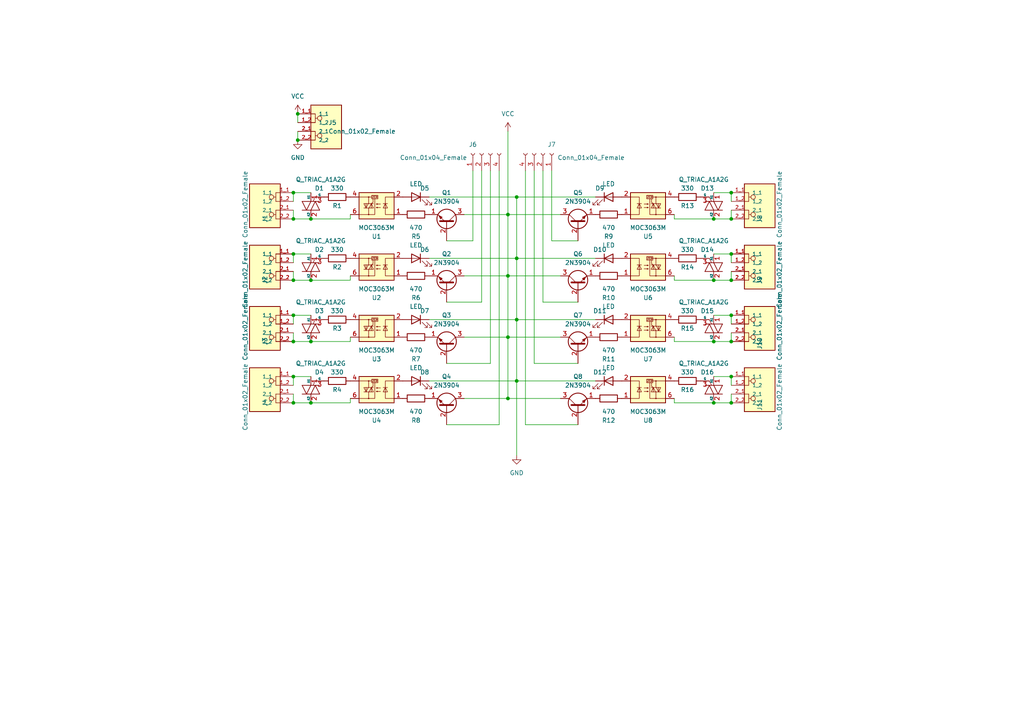
<source format=kicad_sch>
(kicad_sch (version 20211123) (generator eeschema)

  (uuid e63e39d7-6ac0-4ffd-8aa3-1841a4541b55)

  (paper "A4")

  (lib_symbols
    (symbol "1990973_6" (pin_names (offset 1.016)) (in_bom yes) (on_board yes)
      (property "Reference" "J" (id 0) (at -2.54 6.35 0)
        (effects (font (size 1.27 1.27)) (justify left bottom))
      )
      (property "Value" "1990973_6" (id 1) (at -2.54 -10.16 0)
        (effects (font (size 1.27 1.27)) (justify left bottom))
      )
      (property "Footprint" "footprints:PHOENIX_1990973" (id 2) (at 0 0 0)
        (effects (font (size 1.27 1.27)) (justify bottom) hide)
      )
      (property "Datasheet" "" (id 3) (at 0 0 0)
        (effects (font (size 1.27 1.27)) hide)
      )
      (property "MF" "Phoenix Contact" (id 4) (at 0 0 0)
        (effects (font (size 1.27 1.27)) (justify bottom) hide)
      )
      (property "MAXIMUM_PACKAGE_HEIGHT" "13.65" (id 5) (at 0 0 0)
        (effects (font (size 1.27 1.27)) (justify bottom) hide)
      )
      (property "Package" "None" (id 6) (at 0 0 0)
        (effects (font (size 1.27 1.27)) (justify bottom) hide)
      )
      (property "Price" "None" (id 7) (at 0 0 0)
        (effects (font (size 1.27 1.27)) (justify bottom) hide)
      )
      (property "Check_prices" "https://www.snapeda.com/parts/1990973/Phoenix+Contact/view-part/?ref=eda" (id 8) (at 0 0 0)
        (effects (font (size 1.27 1.27)) (justify bottom) hide)
      )
      (property "STANDARD" "Manufacturer Recommendations" (id 9) (at 0 0 0)
        (effects (font (size 1.27 1.27)) (justify bottom) hide)
      )
      (property "PARTREV" "27.09.2023" (id 10) (at 0 0 0)
        (effects (font (size 1.27 1.27)) (justify bottom) hide)
      )
      (property "SnapEDA_Link" "https://www.snapeda.com/parts/1990973/Phoenix+Contact/view-part/?ref=snap" (id 11) (at 0 0 0)
        (effects (font (size 1.27 1.27)) (justify bottom) hide)
      )
      (property "MP" "1990973" (id 12) (at 0 0 0)
        (effects (font (size 1.27 1.27)) (justify bottom) hide)
      )
      (property "Description" "\n                        \n                            PCB Terminal Push-In 5mm 12AWG 400V 24A 2 Position COMBICON SPT Series | Phoenix Contact 1990973\n                        \n" (id 13) (at 0 0 0)
        (effects (font (size 1.27 1.27)) (justify bottom) hide)
      )
      (property "Availability" "In Stock" (id 14) (at 0 0 0)
        (effects (font (size 1.27 1.27)) (justify bottom) hide)
      )
      (property "MANUFACTURER" "Phoenix Contact" (id 15) (at 0 0 0)
        (effects (font (size 1.27 1.27)) (justify bottom) hide)
      )
      (symbol "1990973_6_0_0"
        (rectangle (start -3.81 -7.62) (end 5.08 5.08)
          (stroke (width 0.254) (type default) (color 0 0 0 0))
          (fill (type background))
        )
        (circle (center -1.27 -3.81) (radius 0.635)
          (stroke (width 0.1524) (type default) (color 0 0 0 0))
          (fill (type none))
        )
        (circle (center -1.27 1.27) (radius 0.635)
          (stroke (width 0.1524) (type default) (color 0 0 0 0))
          (fill (type none))
        )
        (polyline
          (pts
            (xy -2.54 -3.81)
            (xy -1.905 -3.81)
          )
          (stroke (width 0.1524) (type default) (color 0 0 0 0))
          (fill (type none))
        )
        (polyline
          (pts
            (xy -2.54 -2.54)
            (xy -2.54 -5.08)
          )
          (stroke (width 0.1524) (type default) (color 0 0 0 0))
          (fill (type none))
        )
        (polyline
          (pts
            (xy -2.54 1.27)
            (xy -1.905 1.27)
          )
          (stroke (width 0.1524) (type default) (color 0 0 0 0))
          (fill (type none))
        )
        (polyline
          (pts
            (xy -2.54 2.54)
            (xy -2.54 0)
          )
          (stroke (width 0.1524) (type default) (color 0 0 0 0))
          (fill (type none))
        )
        (pin passive line (at -7.62 2.54 0) (length 5.08)
          (name "1_1" (effects (font (size 1.016 1.016))))
          (number "1_1" (effects (font (size 1.016 1.016))))
        )
        (pin passive line (at -7.62 0 0) (length 5.08)
          (name "1_2" (effects (font (size 1.016 1.016))))
          (number "1_2" (effects (font (size 1.016 1.016))))
        )
        (pin passive line (at -7.62 -2.54 0) (length 5.08)
          (name "2_1" (effects (font (size 1.016 1.016))))
          (number "2_1" (effects (font (size 1.016 1.016))))
        )
        (pin passive line (at -7.62 -5.08 0) (length 5.08)
          (name "2_2" (effects (font (size 1.016 1.016))))
          (number "2_2" (effects (font (size 1.016 1.016))))
        )
      )
    )
    (symbol "1990973_7" (pin_names (offset 1.016)) (in_bom yes) (on_board yes)
      (property "Reference" "J" (id 0) (at -2.54 6.35 0)
        (effects (font (size 1.27 1.27)) (justify left bottom))
      )
      (property "Value" "1990973_7" (id 1) (at -2.54 -10.16 0)
        (effects (font (size 1.27 1.27)) (justify left bottom))
      )
      (property "Footprint" "footprints:PHOENIX_1990973" (id 2) (at 0 0 0)
        (effects (font (size 1.27 1.27)) (justify bottom) hide)
      )
      (property "Datasheet" "" (id 3) (at 0 0 0)
        (effects (font (size 1.27 1.27)) hide)
      )
      (property "MF" "Phoenix Contact" (id 4) (at 0 0 0)
        (effects (font (size 1.27 1.27)) (justify bottom) hide)
      )
      (property "MAXIMUM_PACKAGE_HEIGHT" "13.65" (id 5) (at 0 0 0)
        (effects (font (size 1.27 1.27)) (justify bottom) hide)
      )
      (property "Package" "None" (id 6) (at 0 0 0)
        (effects (font (size 1.27 1.27)) (justify bottom) hide)
      )
      (property "Price" "None" (id 7) (at 0 0 0)
        (effects (font (size 1.27 1.27)) (justify bottom) hide)
      )
      (property "Check_prices" "https://www.snapeda.com/parts/1990973/Phoenix+Contact/view-part/?ref=eda" (id 8) (at 0 0 0)
        (effects (font (size 1.27 1.27)) (justify bottom) hide)
      )
      (property "STANDARD" "Manufacturer Recommendations" (id 9) (at 0 0 0)
        (effects (font (size 1.27 1.27)) (justify bottom) hide)
      )
      (property "PARTREV" "27.09.2023" (id 10) (at 0 0 0)
        (effects (font (size 1.27 1.27)) (justify bottom) hide)
      )
      (property "SnapEDA_Link" "https://www.snapeda.com/parts/1990973/Phoenix+Contact/view-part/?ref=snap" (id 11) (at 0 0 0)
        (effects (font (size 1.27 1.27)) (justify bottom) hide)
      )
      (property "MP" "1990973" (id 12) (at 0 0 0)
        (effects (font (size 1.27 1.27)) (justify bottom) hide)
      )
      (property "Description" "\n                        \n                            PCB Terminal Push-In 5mm 12AWG 400V 24A 2 Position COMBICON SPT Series | Phoenix Contact 1990973\n                        \n" (id 13) (at 0 0 0)
        (effects (font (size 1.27 1.27)) (justify bottom) hide)
      )
      (property "Availability" "In Stock" (id 14) (at 0 0 0)
        (effects (font (size 1.27 1.27)) (justify bottom) hide)
      )
      (property "MANUFACTURER" "Phoenix Contact" (id 15) (at 0 0 0)
        (effects (font (size 1.27 1.27)) (justify bottom) hide)
      )
      (symbol "1990973_7_0_0"
        (rectangle (start -3.81 -7.62) (end 5.08 5.08)
          (stroke (width 0.254) (type default) (color 0 0 0 0))
          (fill (type background))
        )
        (circle (center -1.27 -3.81) (radius 0.635)
          (stroke (width 0.1524) (type default) (color 0 0 0 0))
          (fill (type none))
        )
        (circle (center -1.27 1.27) (radius 0.635)
          (stroke (width 0.1524) (type default) (color 0 0 0 0))
          (fill (type none))
        )
        (polyline
          (pts
            (xy -2.54 -3.81)
            (xy -1.905 -3.81)
          )
          (stroke (width 0.1524) (type default) (color 0 0 0 0))
          (fill (type none))
        )
        (polyline
          (pts
            (xy -2.54 -2.54)
            (xy -2.54 -5.08)
          )
          (stroke (width 0.1524) (type default) (color 0 0 0 0))
          (fill (type none))
        )
        (polyline
          (pts
            (xy -2.54 1.27)
            (xy -1.905 1.27)
          )
          (stroke (width 0.1524) (type default) (color 0 0 0 0))
          (fill (type none))
        )
        (polyline
          (pts
            (xy -2.54 2.54)
            (xy -2.54 0)
          )
          (stroke (width 0.1524) (type default) (color 0 0 0 0))
          (fill (type none))
        )
        (pin passive line (at -7.62 2.54 0) (length 5.08)
          (name "1_1" (effects (font (size 1.016 1.016))))
          (number "1_1" (effects (font (size 1.016 1.016))))
        )
        (pin passive line (at -7.62 0 0) (length 5.08)
          (name "1_2" (effects (font (size 1.016 1.016))))
          (number "1_2" (effects (font (size 1.016 1.016))))
        )
        (pin passive line (at -7.62 -2.54 0) (length 5.08)
          (name "2_1" (effects (font (size 1.016 1.016))))
          (number "2_1" (effects (font (size 1.016 1.016))))
        )
        (pin passive line (at -7.62 -5.08 0) (length 5.08)
          (name "2_2" (effects (font (size 1.016 1.016))))
          (number "2_2" (effects (font (size 1.016 1.016))))
        )
      )
    )
    (symbol "Connector:Conn_01x04_Female" (pin_names (offset 1.016) hide) (in_bom yes) (on_board yes)
      (property "Reference" "J" (id 0) (at 0 5.08 0)
        (effects (font (size 1.27 1.27)))
      )
      (property "Value" "Conn_01x04_Female" (id 1) (at 0 -7.62 0)
        (effects (font (size 1.27 1.27)))
      )
      (property "Footprint" "" (id 2) (at 0 0 0)
        (effects (font (size 1.27 1.27)) hide)
      )
      (property "Datasheet" "~" (id 3) (at 0 0 0)
        (effects (font (size 1.27 1.27)) hide)
      )
      (property "ki_keywords" "connector" (id 4) (at 0 0 0)
        (effects (font (size 1.27 1.27)) hide)
      )
      (property "ki_description" "Generic connector, single row, 01x04, script generated (kicad-library-utils/schlib/autogen/connector/)" (id 5) (at 0 0 0)
        (effects (font (size 1.27 1.27)) hide)
      )
      (property "ki_fp_filters" "Connector*:*_1x??_*" (id 6) (at 0 0 0)
        (effects (font (size 1.27 1.27)) hide)
      )
      (symbol "Conn_01x04_Female_1_1"
        (arc (start 0 -4.572) (mid -0.508 -5.08) (end 0 -5.588)
          (stroke (width 0.1524) (type default) (color 0 0 0 0))
          (fill (type none))
        )
        (arc (start 0 -2.032) (mid -0.508 -2.54) (end 0 -3.048)
          (stroke (width 0.1524) (type default) (color 0 0 0 0))
          (fill (type none))
        )
        (polyline
          (pts
            (xy -1.27 -5.08)
            (xy -0.508 -5.08)
          )
          (stroke (width 0.1524) (type default) (color 0 0 0 0))
          (fill (type none))
        )
        (polyline
          (pts
            (xy -1.27 -2.54)
            (xy -0.508 -2.54)
          )
          (stroke (width 0.1524) (type default) (color 0 0 0 0))
          (fill (type none))
        )
        (polyline
          (pts
            (xy -1.27 0)
            (xy -0.508 0)
          )
          (stroke (width 0.1524) (type default) (color 0 0 0 0))
          (fill (type none))
        )
        (polyline
          (pts
            (xy -1.27 2.54)
            (xy -0.508 2.54)
          )
          (stroke (width 0.1524) (type default) (color 0 0 0 0))
          (fill (type none))
        )
        (arc (start 0 0.508) (mid -0.508 0) (end 0 -0.508)
          (stroke (width 0.1524) (type default) (color 0 0 0 0))
          (fill (type none))
        )
        (arc (start 0 3.048) (mid -0.508 2.54) (end 0 2.032)
          (stroke (width 0.1524) (type default) (color 0 0 0 0))
          (fill (type none))
        )
        (pin passive line (at -5.08 2.54 0) (length 3.81)
          (name "Pin_1" (effects (font (size 1.27 1.27))))
          (number "1" (effects (font (size 1.27 1.27))))
        )
        (pin passive line (at -5.08 0 0) (length 3.81)
          (name "Pin_2" (effects (font (size 1.27 1.27))))
          (number "2" (effects (font (size 1.27 1.27))))
        )
        (pin passive line (at -5.08 -2.54 0) (length 3.81)
          (name "Pin_3" (effects (font (size 1.27 1.27))))
          (number "3" (effects (font (size 1.27 1.27))))
        )
        (pin passive line (at -5.08 -5.08 0) (length 3.81)
          (name "Pin_4" (effects (font (size 1.27 1.27))))
          (number "4" (effects (font (size 1.27 1.27))))
        )
      )
    )
    (symbol "Device:LED" (pin_numbers hide) (pin_names (offset 1.016) hide) (in_bom yes) (on_board yes)
      (property "Reference" "D" (id 0) (at 0 2.54 0)
        (effects (font (size 1.27 1.27)))
      )
      (property "Value" "LED" (id 1) (at 0 -2.54 0)
        (effects (font (size 1.27 1.27)))
      )
      (property "Footprint" "" (id 2) (at 0 0 0)
        (effects (font (size 1.27 1.27)) hide)
      )
      (property "Datasheet" "~" (id 3) (at 0 0 0)
        (effects (font (size 1.27 1.27)) hide)
      )
      (property "ki_keywords" "LED diode" (id 4) (at 0 0 0)
        (effects (font (size 1.27 1.27)) hide)
      )
      (property "ki_description" "Light emitting diode" (id 5) (at 0 0 0)
        (effects (font (size 1.27 1.27)) hide)
      )
      (property "ki_fp_filters" "LED* LED_SMD:* LED_THT:*" (id 6) (at 0 0 0)
        (effects (font (size 1.27 1.27)) hide)
      )
      (symbol "LED_0_1"
        (polyline
          (pts
            (xy -1.27 -1.27)
            (xy -1.27 1.27)
          )
          (stroke (width 0.254) (type default) (color 0 0 0 0))
          (fill (type none))
        )
        (polyline
          (pts
            (xy -1.27 0)
            (xy 1.27 0)
          )
          (stroke (width 0) (type default) (color 0 0 0 0))
          (fill (type none))
        )
        (polyline
          (pts
            (xy 1.27 -1.27)
            (xy 1.27 1.27)
            (xy -1.27 0)
            (xy 1.27 -1.27)
          )
          (stroke (width 0.254) (type default) (color 0 0 0 0))
          (fill (type none))
        )
        (polyline
          (pts
            (xy -3.048 -0.762)
            (xy -4.572 -2.286)
            (xy -3.81 -2.286)
            (xy -4.572 -2.286)
            (xy -4.572 -1.524)
          )
          (stroke (width 0) (type default) (color 0 0 0 0))
          (fill (type none))
        )
        (polyline
          (pts
            (xy -1.778 -0.762)
            (xy -3.302 -2.286)
            (xy -2.54 -2.286)
            (xy -3.302 -2.286)
            (xy -3.302 -1.524)
          )
          (stroke (width 0) (type default) (color 0 0 0 0))
          (fill (type none))
        )
      )
      (symbol "LED_1_1"
        (pin passive line (at -3.81 0 0) (length 2.54)
          (name "K" (effects (font (size 1.27 1.27))))
          (number "1" (effects (font (size 1.27 1.27))))
        )
        (pin passive line (at 3.81 0 180) (length 2.54)
          (name "A" (effects (font (size 1.27 1.27))))
          (number "2" (effects (font (size 1.27 1.27))))
        )
      )
    )
    (symbol "Device:Q_TRIAC_A1A2G" (pin_names (offset 0)) (in_bom yes) (on_board yes)
      (property "Reference" "D" (id 0) (at 3.175 0.635 0)
        (effects (font (size 1.27 1.27)) (justify left))
      )
      (property "Value" "Q_TRIAC_A1A2G" (id 1) (at 3.175 -1.27 0)
        (effects (font (size 1.27 1.27)) (justify left))
      )
      (property "Footprint" "" (id 2) (at 1.905 0.635 90)
        (effects (font (size 1.27 1.27)) hide)
      )
      (property "Datasheet" "~" (id 3) (at 0 0 90)
        (effects (font (size 1.27 1.27)) hide)
      )
      (property "ki_keywords" "TRIAC" (id 4) (at 0 0 0)
        (effects (font (size 1.27 1.27)) hide)
      )
      (property "ki_description" "Triode for alternating current, anode1/anode2/gate" (id 5) (at 0 0 0)
        (effects (font (size 1.27 1.27)) hide)
      )
      (symbol "Q_TRIAC_A1A2G_0_1"
        (polyline
          (pts
            (xy -2.54 -1.27)
            (xy 2.54 -1.27)
          )
          (stroke (width 0.2032) (type default) (color 0 0 0 0))
          (fill (type none))
        )
        (polyline
          (pts
            (xy -2.54 1.27)
            (xy 2.54 1.27)
          )
          (stroke (width 0.2032) (type default) (color 0 0 0 0))
          (fill (type none))
        )
        (polyline
          (pts
            (xy -1.27 -2.54)
            (xy -0.635 -1.27)
          )
          (stroke (width 0) (type default) (color 0 0 0 0))
          (fill (type none))
        )
        (polyline
          (pts
            (xy -2.54 1.27)
            (xy -1.27 -1.27)
            (xy 0 1.27)
          )
          (stroke (width 0.2032) (type default) (color 0 0 0 0))
          (fill (type none))
        )
        (polyline
          (pts
            (xy 0 -1.27)
            (xy 1.27 1.27)
            (xy 2.54 -1.27)
          )
          (stroke (width 0.2032) (type default) (color 0 0 0 0))
          (fill (type none))
        )
      )
      (symbol "Q_TRIAC_A1A2G_1_1"
        (pin passive line (at 0 -3.81 90) (length 2.54)
          (name "A1" (effects (font (size 0.635 0.635))))
          (number "1" (effects (font (size 1.27 1.27))))
        )
        (pin passive line (at 0 3.81 270) (length 2.54)
          (name "A2" (effects (font (size 0.635 0.635))))
          (number "2" (effects (font (size 1.27 1.27))))
        )
        (pin input line (at -3.81 -2.54 0) (length 2.54)
          (name "G" (effects (font (size 0.635 0.635))))
          (number "3" (effects (font (size 1.27 1.27))))
        )
      )
    )
    (symbol "Device:R" (pin_numbers hide) (pin_names (offset 0)) (in_bom yes) (on_board yes)
      (property "Reference" "R" (id 0) (at 2.032 0 90)
        (effects (font (size 1.27 1.27)))
      )
      (property "Value" "R" (id 1) (at 0 0 90)
        (effects (font (size 1.27 1.27)))
      )
      (property "Footprint" "" (id 2) (at -1.778 0 90)
        (effects (font (size 1.27 1.27)) hide)
      )
      (property "Datasheet" "~" (id 3) (at 0 0 0)
        (effects (font (size 1.27 1.27)) hide)
      )
      (property "ki_keywords" "R res resistor" (id 4) (at 0 0 0)
        (effects (font (size 1.27 1.27)) hide)
      )
      (property "ki_description" "Resistor" (id 5) (at 0 0 0)
        (effects (font (size 1.27 1.27)) hide)
      )
      (property "ki_fp_filters" "R_*" (id 6) (at 0 0 0)
        (effects (font (size 1.27 1.27)) hide)
      )
      (symbol "R_0_1"
        (rectangle (start -1.016 -2.54) (end 1.016 2.54)
          (stroke (width 0.254) (type default) (color 0 0 0 0))
          (fill (type none))
        )
      )
      (symbol "R_1_1"
        (pin passive line (at 0 3.81 270) (length 1.27)
          (name "~" (effects (font (size 1.27 1.27))))
          (number "1" (effects (font (size 1.27 1.27))))
        )
        (pin passive line (at 0 -3.81 90) (length 1.27)
          (name "~" (effects (font (size 1.27 1.27))))
          (number "2" (effects (font (size 1.27 1.27))))
        )
      )
    )
    (symbol "Relay_SolidState:MOC3063M" (in_bom yes) (on_board yes)
      (property "Reference" "U" (id 0) (at -5.08 5.08 0)
        (effects (font (size 1.27 1.27)) (justify left))
      )
      (property "Value" "MOC3063M" (id 1) (at 0 5.08 0)
        (effects (font (size 1.27 1.27)) (justify left))
      )
      (property "Footprint" "" (id 2) (at -5.08 -5.08 0)
        (effects (font (size 1.27 1.27) italic) (justify left) hide)
      )
      (property "Datasheet" "https://www.onsemi.com/pub/Collateral/MOC3163M-D.pdf" (id 3) (at 0 0 0)
        (effects (font (size 1.27 1.27)) (justify left) hide)
      )
      (property "ki_keywords" "Opto-Triac Opto Triac Zero Cross" (id 4) (at 0 0 0)
        (effects (font (size 1.27 1.27)) hide)
      )
      (property "ki_description" "Zero Cross Opto-Triac, Vdrm 600V, Ift 5mA, DIP6" (id 5) (at 0 0 0)
        (effects (font (size 1.27 1.27)) hide)
      )
      (property "ki_fp_filters" "DIP*W7.62mm* SMDIP*W9.53mm* DIP*W10.16mm*" (id 6) (at 0 0 0)
        (effects (font (size 1.27 1.27)) hide)
      )
      (symbol "MOC3063M_0_0"
        (rectangle (start -0.381 -2.032) (end 1.397 -3.048)
          (stroke (width 0) (type default) (color 0 0 0 0))
          (fill (type none))
        )
        (polyline
          (pts
            (xy 2.286 -2.54)
            (xy 1.397 -2.54)
          )
          (stroke (width 0) (type default) (color 0 0 0 0))
          (fill (type none))
        )
        (polyline
          (pts
            (xy 1.524 -0.635)
            (xy 1.016 -1.016)
            (xy 1.016 -2.032)
          )
          (stroke (width 0) (type default) (color 0 0 0 0))
          (fill (type none))
        )
        (text "ZCD" (at 0.508 -2.54 0)
          (effects (font (size 0.508 0.508)))
        )
      )
      (symbol "MOC3063M_0_1"
        (rectangle (start -5.08 3.81) (end 5.08 -3.81)
          (stroke (width 0.254) (type default) (color 0 0 0 0))
          (fill (type background))
        )
        (polyline
          (pts
            (xy -3.175 -0.635)
            (xy -1.905 -0.635)
          )
          (stroke (width 0) (type default) (color 0 0 0 0))
          (fill (type none))
        )
        (polyline
          (pts
            (xy 1.524 -0.635)
            (xy 1.524 0.635)
          )
          (stroke (width 0) (type default) (color 0 0 0 0))
          (fill (type none))
        )
        (polyline
          (pts
            (xy 3.048 0.635)
            (xy 3.048 -0.635)
          )
          (stroke (width 0) (type default) (color 0 0 0 0))
          (fill (type none))
        )
        (polyline
          (pts
            (xy 2.286 -0.635)
            (xy 2.286 -2.54)
            (xy 5.08 -2.54)
          )
          (stroke (width 0) (type default) (color 0 0 0 0))
          (fill (type none))
        )
        (polyline
          (pts
            (xy 2.286 0.635)
            (xy 2.286 2.54)
            (xy 5.08 2.54)
          )
          (stroke (width 0) (type default) (color 0 0 0 0))
          (fill (type none))
        )
        (polyline
          (pts
            (xy 2.286 2.54)
            (xy 0.508 2.54)
            (xy 0.508 -2.032)
          )
          (stroke (width 0) (type default) (color 0 0 0 0))
          (fill (type none))
        )
        (polyline
          (pts
            (xy -5.08 2.54)
            (xy -2.54 2.54)
            (xy -2.54 -2.54)
            (xy -5.08 -2.54)
          )
          (stroke (width 0) (type default) (color 0 0 0 0))
          (fill (type none))
        )
        (polyline
          (pts
            (xy -2.54 -0.635)
            (xy -3.175 0.635)
            (xy -1.905 0.635)
            (xy -2.54 -0.635)
          )
          (stroke (width 0) (type default) (color 0 0 0 0))
          (fill (type none))
        )
        (polyline
          (pts
            (xy 0.889 -0.635)
            (xy 3.683 -0.635)
            (xy 3.048 0.635)
            (xy 2.413 -0.635)
          )
          (stroke (width 0) (type default) (color 0 0 0 0))
          (fill (type none))
        )
        (polyline
          (pts
            (xy 3.683 0.635)
            (xy 0.889 0.635)
            (xy 1.524 -0.635)
            (xy 2.159 0.635)
          )
          (stroke (width 0) (type default) (color 0 0 0 0))
          (fill (type none))
        )
        (polyline
          (pts
            (xy -1.143 -0.508)
            (xy 0.127 -0.508)
            (xy -0.254 -0.635)
            (xy -0.254 -0.381)
            (xy 0.127 -0.508)
          )
          (stroke (width 0) (type default) (color 0 0 0 0))
          (fill (type none))
        )
        (polyline
          (pts
            (xy -1.143 0.508)
            (xy 0.127 0.508)
            (xy -0.254 0.381)
            (xy -0.254 0.635)
            (xy 0.127 0.508)
          )
          (stroke (width 0) (type default) (color 0 0 0 0))
          (fill (type none))
        )
        (circle (center 2.286 -2.54) (radius 0.127)
          (stroke (width 0) (type default) (color 0 0 0 0))
          (fill (type none))
        )
        (circle (center 2.286 2.54) (radius 0.127)
          (stroke (width 0) (type default) (color 0 0 0 0))
          (fill (type none))
        )
      )
      (symbol "MOC3063M_1_1"
        (pin passive line (at -7.62 2.54 0) (length 2.54)
          (name "~" (effects (font (size 1.27 1.27))))
          (number "1" (effects (font (size 1.27 1.27))))
        )
        (pin passive line (at -7.62 -2.54 0) (length 2.54)
          (name "~" (effects (font (size 1.27 1.27))))
          (number "2" (effects (font (size 1.27 1.27))))
        )
        (pin no_connect line (at -5.08 0 0) (length 2.54) hide
          (name "NC" (effects (font (size 1.27 1.27))))
          (number "3" (effects (font (size 1.27 1.27))))
        )
        (pin passive line (at 7.62 -2.54 180) (length 2.54)
          (name "~" (effects (font (size 1.27 1.27))))
          (number "4" (effects (font (size 1.27 1.27))))
        )
        (pin no_connect line (at 5.08 0 180) (length 2.54) hide
          (name "NC" (effects (font (size 1.27 1.27))))
          (number "5" (effects (font (size 1.27 1.27))))
        )
        (pin passive line (at 7.62 2.54 180) (length 2.54)
          (name "~" (effects (font (size 1.27 1.27))))
          (number "6" (effects (font (size 1.27 1.27))))
        )
      )
    )
    (symbol "Transistor_BJT:2N3904" (pin_names (offset 0) hide) (in_bom yes) (on_board yes)
      (property "Reference" "Q" (id 0) (at 5.08 1.905 0)
        (effects (font (size 1.27 1.27)) (justify left))
      )
      (property "Value" "2N3904" (id 1) (at 5.08 0 0)
        (effects (font (size 1.27 1.27)) (justify left))
      )
      (property "Footprint" "Package_TO_SOT_THT:TO-92_Inline" (id 2) (at 5.08 -1.905 0)
        (effects (font (size 1.27 1.27) italic) (justify left) hide)
      )
      (property "Datasheet" "https://www.onsemi.com/pub/Collateral/2N3903-D.PDF" (id 3) (at 0 0 0)
        (effects (font (size 1.27 1.27)) (justify left) hide)
      )
      (property "ki_keywords" "NPN Transistor" (id 4) (at 0 0 0)
        (effects (font (size 1.27 1.27)) hide)
      )
      (property "ki_description" "0.2A Ic, 40V Vce, Small Signal NPN Transistor, TO-92" (id 5) (at 0 0 0)
        (effects (font (size 1.27 1.27)) hide)
      )
      (property "ki_fp_filters" "TO?92*" (id 6) (at 0 0 0)
        (effects (font (size 1.27 1.27)) hide)
      )
      (symbol "2N3904_0_1"
        (polyline
          (pts
            (xy 0.635 0.635)
            (xy 2.54 2.54)
          )
          (stroke (width 0) (type default) (color 0 0 0 0))
          (fill (type none))
        )
        (polyline
          (pts
            (xy 0.635 -0.635)
            (xy 2.54 -2.54)
            (xy 2.54 -2.54)
          )
          (stroke (width 0) (type default) (color 0 0 0 0))
          (fill (type none))
        )
        (polyline
          (pts
            (xy 0.635 1.905)
            (xy 0.635 -1.905)
            (xy 0.635 -1.905)
          )
          (stroke (width 0.508) (type default) (color 0 0 0 0))
          (fill (type none))
        )
        (polyline
          (pts
            (xy 1.27 -1.778)
            (xy 1.778 -1.27)
            (xy 2.286 -2.286)
            (xy 1.27 -1.778)
            (xy 1.27 -1.778)
          )
          (stroke (width 0) (type default) (color 0 0 0 0))
          (fill (type outline))
        )
        (circle (center 1.27 0) (radius 2.8194)
          (stroke (width 0.254) (type default) (color 0 0 0 0))
          (fill (type none))
        )
      )
      (symbol "2N3904_1_1"
        (pin passive line (at 2.54 -5.08 90) (length 2.54)
          (name "E" (effects (font (size 1.27 1.27))))
          (number "1" (effects (font (size 1.27 1.27))))
        )
        (pin passive line (at -5.08 0 0) (length 5.715)
          (name "B" (effects (font (size 1.27 1.27))))
          (number "2" (effects (font (size 1.27 1.27))))
        )
        (pin passive line (at 2.54 5.08 270) (length 2.54)
          (name "C" (effects (font (size 1.27 1.27))))
          (number "3" (effects (font (size 1.27 1.27))))
        )
      )
    )
    (symbol "power:GND" (power) (pin_names (offset 0)) (in_bom yes) (on_board yes)
      (property "Reference" "#PWR" (id 0) (at 0 -6.35 0)
        (effects (font (size 1.27 1.27)) hide)
      )
      (property "Value" "GND" (id 1) (at 0 -3.81 0)
        (effects (font (size 1.27 1.27)))
      )
      (property "Footprint" "" (id 2) (at 0 0 0)
        (effects (font (size 1.27 1.27)) hide)
      )
      (property "Datasheet" "" (id 3) (at 0 0 0)
        (effects (font (size 1.27 1.27)) hide)
      )
      (property "ki_keywords" "power-flag" (id 4) (at 0 0 0)
        (effects (font (size 1.27 1.27)) hide)
      )
      (property "ki_description" "Power symbol creates a global label with name \"GND\" , ground" (id 5) (at 0 0 0)
        (effects (font (size 1.27 1.27)) hide)
      )
      (symbol "GND_0_1"
        (polyline
          (pts
            (xy 0 0)
            (xy 0 -1.27)
            (xy 1.27 -1.27)
            (xy 0 -2.54)
            (xy -1.27 -1.27)
            (xy 0 -1.27)
          )
          (stroke (width 0) (type default) (color 0 0 0 0))
          (fill (type none))
        )
      )
      (symbol "GND_1_1"
        (pin power_in line (at 0 0 270) (length 0) hide
          (name "GND" (effects (font (size 1.27 1.27))))
          (number "1" (effects (font (size 1.27 1.27))))
        )
      )
    )
    (symbol "power:VCC" (power) (pin_names (offset 0)) (in_bom yes) (on_board yes)
      (property "Reference" "#PWR" (id 0) (at 0 -3.81 0)
        (effects (font (size 1.27 1.27)) hide)
      )
      (property "Value" "VCC" (id 1) (at 0 3.81 0)
        (effects (font (size 1.27 1.27)))
      )
      (property "Footprint" "" (id 2) (at 0 0 0)
        (effects (font (size 1.27 1.27)) hide)
      )
      (property "Datasheet" "" (id 3) (at 0 0 0)
        (effects (font (size 1.27 1.27)) hide)
      )
      (property "ki_keywords" "power-flag" (id 4) (at 0 0 0)
        (effects (font (size 1.27 1.27)) hide)
      )
      (property "ki_description" "Power symbol creates a global label with name \"VCC\"" (id 5) (at 0 0 0)
        (effects (font (size 1.27 1.27)) hide)
      )
      (symbol "VCC_0_1"
        (polyline
          (pts
            (xy -0.762 1.27)
            (xy 0 2.54)
          )
          (stroke (width 0) (type default) (color 0 0 0 0))
          (fill (type none))
        )
        (polyline
          (pts
            (xy 0 0)
            (xy 0 2.54)
          )
          (stroke (width 0) (type default) (color 0 0 0 0))
          (fill (type none))
        )
        (polyline
          (pts
            (xy 0 2.54)
            (xy 0.762 1.27)
          )
          (stroke (width 0) (type default) (color 0 0 0 0))
          (fill (type none))
        )
      )
      (symbol "VCC_1_1"
        (pin power_in line (at 0 0 90) (length 0) hide
          (name "VCC" (effects (font (size 1.27 1.27))))
          (number "1" (effects (font (size 1.27 1.27))))
        )
      )
    )
  )

  (junction (at 212.09 109.22) (diameter 0) (color 0 0 0 0)
    (uuid 0a41b045-a99d-4e4d-9c1f-a07bd8619c15)
  )
  (junction (at 212.09 116.84) (diameter 0) (color 0 0 0 0)
    (uuid 0c998f49-889c-45a1-83b1-395ab30664d4)
  )
  (junction (at 212.09 81.28) (diameter 0) (color 0 0 0 0)
    (uuid 0e4861a3-1761-4058-a8e9-ce50d3ac57f3)
  )
  (junction (at 147.32 115.57) (diameter 0) (color 0 0 0 0)
    (uuid 14bf9f25-e01d-4aa2-ab0c-40a0882b43ab)
  )
  (junction (at 90.17 116.84) (diameter 0) (color 0 0 0 0)
    (uuid 2d2587fd-3b79-4412-b9f5-ced07ab1ef9f)
  )
  (junction (at 212.09 99.06) (diameter 0) (color 0 0 0 0)
    (uuid 2ddf3295-28b1-47c3-b3f9-0547fdc6dc93)
  )
  (junction (at 149.86 110.49) (diameter 0) (color 0 0 0 0)
    (uuid 3076265e-0d1d-4221-bb18-d8d9a05d60a8)
  )
  (junction (at 212.09 55.88) (diameter 0) (color 0 0 0 0)
    (uuid 33202770-1674-4f77-bc6d-a708e8122bbc)
  )
  (junction (at 147.32 62.23) (diameter 0) (color 0 0 0 0)
    (uuid 34100b7b-4bf8-47ce-9a6f-28987838b795)
  )
  (junction (at 207.01 116.84) (diameter 0) (color 0 0 0 0)
    (uuid 3ad5f966-1e5c-4bb8-9196-68f5c46f4130)
  )
  (junction (at 149.86 92.71) (diameter 0) (color 0 0 0 0)
    (uuid 3ed1eebe-17d8-47b6-9f8a-9831f93ba270)
  )
  (junction (at 212.09 91.44) (diameter 0) (color 0 0 0 0)
    (uuid 435a8f7c-f8c6-4029-9d04-013440766584)
  )
  (junction (at 85.09 73.66) (diameter 0) (color 0 0 0 0)
    (uuid 4435822e-c9e2-4baf-8735-71007e085dc7)
  )
  (junction (at 90.17 63.5) (diameter 0) (color 0 0 0 0)
    (uuid 4c2c7d52-4ecf-42da-ae8b-501bf97ac746)
  )
  (junction (at 147.32 80.01) (diameter 0) (color 0 0 0 0)
    (uuid 4fd6faac-e717-4239-a06e-390ec671ca8a)
  )
  (junction (at 207.01 81.28) (diameter 0) (color 0 0 0 0)
    (uuid 5478b14d-7e9a-4d17-b5df-b59f3934885d)
  )
  (junction (at 207.01 99.06) (diameter 0) (color 0 0 0 0)
    (uuid 5dd1860b-9668-4c58-86df-69b2f977ff8a)
  )
  (junction (at 149.86 74.93) (diameter 0) (color 0 0 0 0)
    (uuid 6a20e77b-bec2-4015-bd8a-70b545b3bc3d)
  )
  (junction (at 85.09 55.88) (diameter 0) (color 0 0 0 0)
    (uuid 7505b378-4c47-43be-b436-40fd65bfb917)
  )
  (junction (at 85.09 99.06) (diameter 0) (color 0 0 0 0)
    (uuid 7d92a531-d877-4f6a-b303-2bc871e0ae86)
  )
  (junction (at 85.09 91.44) (diameter 0) (color 0 0 0 0)
    (uuid 8161a8a3-bffa-4504-ba1a-6ac97a49395b)
  )
  (junction (at 86.36 40.64) (diameter 0) (color 0 0 0 0)
    (uuid 87a3105e-49aa-49b4-bd8d-e4765a6f134d)
  )
  (junction (at 85.09 116.84) (diameter 0) (color 0 0 0 0)
    (uuid 9252c923-c21f-49fb-b487-7a59e359dc47)
  )
  (junction (at 207.01 63.5) (diameter 0) (color 0 0 0 0)
    (uuid 94f48d7f-61d1-4a58-a846-6dd0ff2a2473)
  )
  (junction (at 212.09 73.66) (diameter 0) (color 0 0 0 0)
    (uuid 9c3c50f7-808b-449f-9cb5-a7d09530605c)
  )
  (junction (at 85.09 109.22) (diameter 0) (color 0 0 0 0)
    (uuid 9e071118-e98d-44c7-a6e4-7cf9f14bc816)
  )
  (junction (at 85.09 81.28) (diameter 0) (color 0 0 0 0)
    (uuid a1e874a0-096d-4283-8786-20529f0b83bd)
  )
  (junction (at 149.86 57.15) (diameter 0) (color 0 0 0 0)
    (uuid b76430f3-09a0-4a08-8027-c3708e789489)
  )
  (junction (at 90.17 99.06) (diameter 0) (color 0 0 0 0)
    (uuid c6577734-1450-440e-ac27-39e55fce6023)
  )
  (junction (at 212.09 63.5) (diameter 0) (color 0 0 0 0)
    (uuid db5e24b4-38e7-452d-a64b-66bc3adcde07)
  )
  (junction (at 147.32 97.79) (diameter 0) (color 0 0 0 0)
    (uuid e0512b29-88e9-4d98-811d-678b61eebef9)
  )
  (junction (at 90.17 81.28) (diameter 0) (color 0 0 0 0)
    (uuid eb402e9b-752e-43a4-8c58-c36524c611c7)
  )
  (junction (at 86.36 33.02) (diameter 0) (color 0 0 0 0)
    (uuid eca82213-5809-43b9-ae2a-bcdf8a966215)
  )
  (junction (at 85.09 63.5) (diameter 0) (color 0 0 0 0)
    (uuid efd64d85-c7fe-4d5a-a312-35f34e6a6d29)
  )

  (wire (pts (xy 147.32 80.01) (xy 162.56 80.01))
    (stroke (width 0) (type default) (color 0 0 0 0))
    (uuid 037fd925-e6d5-4d47-81c3-443f74b8de69)
  )
  (wire (pts (xy 167.64 87.63) (xy 157.48 87.63))
    (stroke (width 0) (type default) (color 0 0 0 0))
    (uuid 0becc9ce-f075-4ef1-b1f5-d725cee5a904)
  )
  (wire (pts (xy 147.32 97.79) (xy 147.32 115.57))
    (stroke (width 0) (type default) (color 0 0 0 0))
    (uuid 0bf9cc0b-6e3f-4f23-ba34-845c85867bab)
  )
  (wire (pts (xy 85.09 81.28) (xy 90.17 81.28))
    (stroke (width 0) (type default) (color 0 0 0 0))
    (uuid 0c30ed19-7a44-49dd-a6b7-dfea8d1a02d8)
  )
  (wire (pts (xy 207.01 81.28) (xy 195.58 81.28))
    (stroke (width 0) (type default) (color 0 0 0 0))
    (uuid 12ca3cc6-6992-4deb-b43e-83885bda62fb)
  )
  (wire (pts (xy 90.17 99.06) (xy 101.6 99.06))
    (stroke (width 0) (type default) (color 0 0 0 0))
    (uuid 142d1ddf-a5b5-4602-9283-6450eea84f04)
  )
  (wire (pts (xy 167.64 123.19) (xy 152.4 123.19))
    (stroke (width 0) (type default) (color 0 0 0 0))
    (uuid 163822bb-486a-421e-bcde-519ae9bee70c)
  )
  (wire (pts (xy 212.09 60.96) (xy 212.09 63.5))
    (stroke (width 0) (type default) (color 0 0 0 0))
    (uuid 1840443a-7542-455f-b2a0-d5d9dc803779)
  )
  (wire (pts (xy 147.32 62.23) (xy 147.32 80.01))
    (stroke (width 0) (type default) (color 0 0 0 0))
    (uuid 1b03f9a7-66f1-4929-b9cd-60a607114f93)
  )
  (wire (pts (xy 207.01 99.06) (xy 195.58 99.06))
    (stroke (width 0) (type default) (color 0 0 0 0))
    (uuid 1b4f108a-b60b-4e18-a236-eb4ad605909a)
  )
  (wire (pts (xy 212.09 91.44) (xy 212.09 93.98))
    (stroke (width 0) (type default) (color 0 0 0 0))
    (uuid 1bfe0e27-7641-403c-8d35-074d50423e9f)
  )
  (wire (pts (xy 149.86 74.93) (xy 172.72 74.93))
    (stroke (width 0) (type default) (color 0 0 0 0))
    (uuid 1c8c51e4-449f-4bcb-85c5-17555bd649b9)
  )
  (wire (pts (xy 85.09 78.74) (xy 85.09 81.28))
    (stroke (width 0) (type default) (color 0 0 0 0))
    (uuid 1d90a71a-5e04-4759-87ee-96b5445a15f1)
  )
  (wire (pts (xy 212.09 96.52) (xy 212.09 99.06))
    (stroke (width 0) (type default) (color 0 0 0 0))
    (uuid 22973390-6991-4e1d-b28a-fab0816fdb14)
  )
  (wire (pts (xy 212.09 55.88) (xy 207.01 55.88))
    (stroke (width 0) (type default) (color 0 0 0 0))
    (uuid 229a0e4e-74d6-4301-9824-5f9b98b8f29a)
  )
  (wire (pts (xy 134.62 115.57) (xy 147.32 115.57))
    (stroke (width 0) (type default) (color 0 0 0 0))
    (uuid 22ccc290-bdb1-4da4-8e04-59d95cc9110c)
  )
  (wire (pts (xy 124.46 110.49) (xy 149.86 110.49))
    (stroke (width 0) (type default) (color 0 0 0 0))
    (uuid 29422c46-071e-4725-95fa-fbd158e5072d)
  )
  (wire (pts (xy 129.54 69.85) (xy 137.16 69.85))
    (stroke (width 0) (type default) (color 0 0 0 0))
    (uuid 2a3e149b-6302-498a-a4b7-4aaa3cab0fd7)
  )
  (wire (pts (xy 139.7 49.53) (xy 139.7 87.63))
    (stroke (width 0) (type default) (color 0 0 0 0))
    (uuid 3054f2b3-ddc6-4f2f-b2e3-d949b65a9c5d)
  )
  (wire (pts (xy 101.6 80.01) (xy 101.6 81.28))
    (stroke (width 0) (type default) (color 0 0 0 0))
    (uuid 34285c99-7151-40d0-8502-ef3bcfa99c0c)
  )
  (wire (pts (xy 101.6 62.23) (xy 101.6 63.5))
    (stroke (width 0) (type default) (color 0 0 0 0))
    (uuid 34d294f6-5ee1-437b-8903-19481c4b9efb)
  )
  (wire (pts (xy 85.09 73.66) (xy 90.17 73.66))
    (stroke (width 0) (type default) (color 0 0 0 0))
    (uuid 3876a3dc-371e-4a4a-bc76-a7987f6a94c1)
  )
  (wire (pts (xy 85.09 109.22) (xy 90.17 109.22))
    (stroke (width 0) (type default) (color 0 0 0 0))
    (uuid 3b209a2a-faca-4526-9ef7-7449471706d3)
  )
  (wire (pts (xy 129.54 105.41) (xy 142.24 105.41))
    (stroke (width 0) (type default) (color 0 0 0 0))
    (uuid 3d3be96b-5c7e-4fb2-8ec0-4b2be67633ec)
  )
  (wire (pts (xy 195.58 80.01) (xy 195.58 81.28))
    (stroke (width 0) (type default) (color 0 0 0 0))
    (uuid 3e6a351a-18af-4c5c-858e-76a4e5bb8803)
  )
  (wire (pts (xy 195.58 115.57) (xy 195.58 116.84))
    (stroke (width 0) (type default) (color 0 0 0 0))
    (uuid 40d68c77-3922-4e89-81d2-33efe75f89a8)
  )
  (wire (pts (xy 85.09 109.22) (xy 85.09 111.76))
    (stroke (width 0) (type default) (color 0 0 0 0))
    (uuid 445e7fac-51e9-44c5-a73a-ddcc4fa3432c)
  )
  (wire (pts (xy 85.09 55.88) (xy 85.09 58.42))
    (stroke (width 0) (type default) (color 0 0 0 0))
    (uuid 4774f04a-d0e3-4d1d-9b9c-8e3fa7a45c82)
  )
  (wire (pts (xy 207.01 63.5) (xy 195.58 63.5))
    (stroke (width 0) (type default) (color 0 0 0 0))
    (uuid 491655ac-f342-462e-9f4e-17defe2b6df5)
  )
  (wire (pts (xy 129.54 87.63) (xy 139.7 87.63))
    (stroke (width 0) (type default) (color 0 0 0 0))
    (uuid 4b20fe2e-f9a0-4648-b0b8-376080989bc7)
  )
  (wire (pts (xy 85.09 73.66) (xy 85.09 76.2))
    (stroke (width 0) (type default) (color 0 0 0 0))
    (uuid 5146565a-15af-4d2b-8df5-f4e2a2a3b3ca)
  )
  (wire (pts (xy 212.09 63.5) (xy 207.01 63.5))
    (stroke (width 0) (type default) (color 0 0 0 0))
    (uuid 5b70821e-67ab-4da9-bf88-5f0b0b7c1ef5)
  )
  (wire (pts (xy 124.46 57.15) (xy 149.86 57.15))
    (stroke (width 0) (type default) (color 0 0 0 0))
    (uuid 5ecfe3fb-33cd-4a98-a827-8ae13765837a)
  )
  (wire (pts (xy 149.86 110.49) (xy 172.72 110.49))
    (stroke (width 0) (type default) (color 0 0 0 0))
    (uuid 5f5ca646-22dc-456d-ab3b-b61bfb06e24e)
  )
  (wire (pts (xy 85.09 55.88) (xy 90.17 55.88))
    (stroke (width 0) (type default) (color 0 0 0 0))
    (uuid 5feafa57-191b-4b65-941b-a6d9cc36dcb5)
  )
  (wire (pts (xy 149.86 74.93) (xy 149.86 92.71))
    (stroke (width 0) (type default) (color 0 0 0 0))
    (uuid 64507802-2356-48b6-87a2-b9de963590b6)
  )
  (wire (pts (xy 85.09 91.44) (xy 85.09 93.98))
    (stroke (width 0) (type default) (color 0 0 0 0))
    (uuid 64aad2cd-3e54-4abe-b1ae-f2e1dcac6728)
  )
  (wire (pts (xy 160.02 49.53) (xy 160.02 69.85))
    (stroke (width 0) (type default) (color 0 0 0 0))
    (uuid 65bc4c23-8c4d-4bed-8733-3a613374d94d)
  )
  (wire (pts (xy 85.09 96.52) (xy 85.09 99.06))
    (stroke (width 0) (type default) (color 0 0 0 0))
    (uuid 685a063f-ef59-49e4-97d2-df4c47731edf)
  )
  (wire (pts (xy 212.09 114.3) (xy 212.09 116.84))
    (stroke (width 0) (type default) (color 0 0 0 0))
    (uuid 6f602c28-4ba2-49dd-a9ed-5e8139eef068)
  )
  (wire (pts (xy 101.6 97.79) (xy 101.6 99.06))
    (stroke (width 0) (type default) (color 0 0 0 0))
    (uuid 7604f4c4-f264-4c3a-ac8e-00a4aeb985eb)
  )
  (wire (pts (xy 134.62 80.01) (xy 147.32 80.01))
    (stroke (width 0) (type default) (color 0 0 0 0))
    (uuid 76b63461-e71b-4dae-b23b-c574e1ee357b)
  )
  (wire (pts (xy 149.86 57.15) (xy 172.72 57.15))
    (stroke (width 0) (type default) (color 0 0 0 0))
    (uuid 77a2bb67-a7ba-4737-8d1d-35608b13bee7)
  )
  (wire (pts (xy 149.86 92.71) (xy 149.86 110.49))
    (stroke (width 0) (type default) (color 0 0 0 0))
    (uuid 7aa8a513-4fdd-4f37-a214-fa5891ca8d70)
  )
  (wire (pts (xy 212.09 55.88) (xy 212.09 58.42))
    (stroke (width 0) (type default) (color 0 0 0 0))
    (uuid 7f2643c2-063c-4c76-b60d-0c43264cd3a9)
  )
  (wire (pts (xy 147.32 115.57) (xy 162.56 115.57))
    (stroke (width 0) (type default) (color 0 0 0 0))
    (uuid 7f41d438-27f4-454e-9281-2f1fffb9f1cb)
  )
  (wire (pts (xy 212.09 81.28) (xy 207.01 81.28))
    (stroke (width 0) (type default) (color 0 0 0 0))
    (uuid 83f4d4dc-c885-4a08-b59b-cdc79a5aae27)
  )
  (wire (pts (xy 86.36 33.02) (xy 86.36 35.56))
    (stroke (width 0) (type default) (color 0 0 0 0))
    (uuid 8635ecb6-ce40-4bde-b19d-f12edd2b00c4)
  )
  (wire (pts (xy 85.09 116.84) (xy 90.17 116.84))
    (stroke (width 0) (type default) (color 0 0 0 0))
    (uuid 8c35e790-a613-4dd3-bddb-526be041c58c)
  )
  (wire (pts (xy 85.09 91.44) (xy 90.17 91.44))
    (stroke (width 0) (type default) (color 0 0 0 0))
    (uuid 907fd27c-8919-40cf-b235-1040f026fd36)
  )
  (wire (pts (xy 147.32 38.1) (xy 147.32 62.23))
    (stroke (width 0) (type default) (color 0 0 0 0))
    (uuid 9162fade-1f0a-45f9-80ab-777fe580d1da)
  )
  (wire (pts (xy 129.54 123.19) (xy 144.78 123.19))
    (stroke (width 0) (type default) (color 0 0 0 0))
    (uuid 95ac1eaf-107f-4acc-a1e8-ac6e87499816)
  )
  (wire (pts (xy 154.94 49.53) (xy 154.94 105.41))
    (stroke (width 0) (type default) (color 0 0 0 0))
    (uuid 97ef118a-494b-40cc-a244-c91c1db21afa)
  )
  (wire (pts (xy 90.17 63.5) (xy 101.6 63.5))
    (stroke (width 0) (type default) (color 0 0 0 0))
    (uuid 9993461e-a171-4b34-bc3d-32fe9f7e1114)
  )
  (wire (pts (xy 147.32 97.79) (xy 162.56 97.79))
    (stroke (width 0) (type default) (color 0 0 0 0))
    (uuid 9cf8172a-47b6-44f1-91f8-ad6e94d650db)
  )
  (wire (pts (xy 142.24 49.53) (xy 142.24 105.41))
    (stroke (width 0) (type default) (color 0 0 0 0))
    (uuid a3cc054c-30e0-497e-af1f-2a655dccb87f)
  )
  (wire (pts (xy 212.09 109.22) (xy 207.01 109.22))
    (stroke (width 0) (type default) (color 0 0 0 0))
    (uuid a9356440-3067-41cf-ac9c-f37b9fb35c5e)
  )
  (wire (pts (xy 212.09 73.66) (xy 212.09 76.2))
    (stroke (width 0) (type default) (color 0 0 0 0))
    (uuid a98115a6-4bb9-448f-ad4d-44d2cdde2e8d)
  )
  (wire (pts (xy 212.09 109.22) (xy 212.09 111.76))
    (stroke (width 0) (type default) (color 0 0 0 0))
    (uuid a9d682a9-ee33-454b-955a-b86cb2756dd1)
  )
  (wire (pts (xy 85.09 99.06) (xy 90.17 99.06))
    (stroke (width 0) (type default) (color 0 0 0 0))
    (uuid ad43d1e8-5414-4359-93d4-7b62287b156f)
  )
  (wire (pts (xy 85.09 60.96) (xy 85.09 63.5))
    (stroke (width 0) (type default) (color 0 0 0 0))
    (uuid adb215eb-1bad-4639-9b02-7012dafcf473)
  )
  (wire (pts (xy 101.6 115.57) (xy 101.6 116.84))
    (stroke (width 0) (type default) (color 0 0 0 0))
    (uuid b1f72ce1-063d-4498-8147-f4a0ad6b26cb)
  )
  (wire (pts (xy 149.86 57.15) (xy 149.86 74.93))
    (stroke (width 0) (type default) (color 0 0 0 0))
    (uuid b21cfa16-71d8-403c-8f50-48df339c4ff8)
  )
  (wire (pts (xy 152.4 123.19) (xy 152.4 49.53))
    (stroke (width 0) (type default) (color 0 0 0 0))
    (uuid b93a307b-5d93-40d5-959e-a7aa1ee77a9f)
  )
  (wire (pts (xy 212.09 73.66) (xy 207.01 73.66))
    (stroke (width 0) (type default) (color 0 0 0 0))
    (uuid bb42ec40-72cd-4970-8055-0dd129bd8e57)
  )
  (wire (pts (xy 90.17 116.84) (xy 101.6 116.84))
    (stroke (width 0) (type default) (color 0 0 0 0))
    (uuid bc100951-50ee-4fd8-9fd8-5e1f4817e6bf)
  )
  (wire (pts (xy 147.32 62.23) (xy 162.56 62.23))
    (stroke (width 0) (type default) (color 0 0 0 0))
    (uuid becaa085-0963-4259-9e04-bc933196ef87)
  )
  (wire (pts (xy 149.86 92.71) (xy 172.72 92.71))
    (stroke (width 0) (type default) (color 0 0 0 0))
    (uuid c00a350e-88fc-47e7-80e8-94cf735277f9)
  )
  (wire (pts (xy 212.09 91.44) (xy 207.01 91.44))
    (stroke (width 0) (type default) (color 0 0 0 0))
    (uuid c0dda240-43d4-4022-8dc3-798765b3cf67)
  )
  (wire (pts (xy 207.01 116.84) (xy 195.58 116.84))
    (stroke (width 0) (type default) (color 0 0 0 0))
    (uuid c4759141-ea47-4ed8-9ed7-3e21e0c83846)
  )
  (wire (pts (xy 157.48 49.53) (xy 157.48 87.63))
    (stroke (width 0) (type default) (color 0 0 0 0))
    (uuid cab79566-0c68-4536-b6b2-32290fcf717b)
  )
  (wire (pts (xy 167.64 69.85) (xy 160.02 69.85))
    (stroke (width 0) (type default) (color 0 0 0 0))
    (uuid cb0c002a-99c2-4030-9958-c36c0854225a)
  )
  (wire (pts (xy 195.58 97.79) (xy 195.58 99.06))
    (stroke (width 0) (type default) (color 0 0 0 0))
    (uuid cb3d900c-9fe0-4847-95df-e523c0b6999a)
  )
  (wire (pts (xy 167.64 105.41) (xy 154.94 105.41))
    (stroke (width 0) (type default) (color 0 0 0 0))
    (uuid d0ed95dd-06a6-4623-a3f0-71e422b42ed3)
  )
  (wire (pts (xy 137.16 49.53) (xy 137.16 69.85))
    (stroke (width 0) (type default) (color 0 0 0 0))
    (uuid d3212de4-b291-4502-b6ad-205b6a26b1cb)
  )
  (wire (pts (xy 195.58 62.23) (xy 195.58 63.5))
    (stroke (width 0) (type default) (color 0 0 0 0))
    (uuid d3c15f96-ca86-42ec-af35-3e9c30fbe041)
  )
  (wire (pts (xy 212.09 99.06) (xy 207.01 99.06))
    (stroke (width 0) (type default) (color 0 0 0 0))
    (uuid dc29eaf9-0483-4098-8596-ab589102aa8e)
  )
  (wire (pts (xy 149.86 110.49) (xy 149.86 132.08))
    (stroke (width 0) (type default) (color 0 0 0 0))
    (uuid dc8f4058-9e50-43c7-bf01-dd2ac3fa8e35)
  )
  (wire (pts (xy 86.36 38.1) (xy 86.36 40.64))
    (stroke (width 0) (type default) (color 0 0 0 0))
    (uuid e180a4b4-33d9-486c-9e33-bdf1707783c5)
  )
  (wire (pts (xy 147.32 80.01) (xy 147.32 97.79))
    (stroke (width 0) (type default) (color 0 0 0 0))
    (uuid e3aa7ba3-37ff-4ee6-9d3d-ad3041c098f5)
  )
  (wire (pts (xy 85.09 63.5) (xy 90.17 63.5))
    (stroke (width 0) (type default) (color 0 0 0 0))
    (uuid ece94160-ac7f-4cbd-a7f2-3bb08b324928)
  )
  (wire (pts (xy 90.17 81.28) (xy 101.6 81.28))
    (stroke (width 0) (type default) (color 0 0 0 0))
    (uuid ee03d363-c5b3-4fc4-be58-7771a3181fc8)
  )
  (wire (pts (xy 144.78 123.19) (xy 144.78 49.53))
    (stroke (width 0) (type default) (color 0 0 0 0))
    (uuid eec51b54-43f5-411e-9795-bfd850438ac0)
  )
  (wire (pts (xy 134.62 62.23) (xy 147.32 62.23))
    (stroke (width 0) (type default) (color 0 0 0 0))
    (uuid f1db69f6-429c-4a85-83c2-f1786b02edb0)
  )
  (wire (pts (xy 124.46 92.71) (xy 149.86 92.71))
    (stroke (width 0) (type default) (color 0 0 0 0))
    (uuid f5a8f1b2-f49b-412e-a9c8-a266904e3e1a)
  )
  (wire (pts (xy 134.62 97.79) (xy 147.32 97.79))
    (stroke (width 0) (type default) (color 0 0 0 0))
    (uuid f7af2887-5c68-4500-b8ff-186098da6fa2)
  )
  (wire (pts (xy 212.09 116.84) (xy 207.01 116.84))
    (stroke (width 0) (type default) (color 0 0 0 0))
    (uuid f8b7b444-01cb-4aba-845e-c3f77b7e656c)
  )
  (wire (pts (xy 212.09 78.74) (xy 212.09 81.28))
    (stroke (width 0) (type default) (color 0 0 0 0))
    (uuid f8d6c96c-36c2-43d1-ba1b-b61bb7a7a957)
  )
  (wire (pts (xy 124.46 74.93) (xy 149.86 74.93))
    (stroke (width 0) (type default) (color 0 0 0 0))
    (uuid fb688c97-fffe-4a67-9624-d98623899650)
  )
  (wire (pts (xy 85.09 114.3) (xy 85.09 116.84))
    (stroke (width 0) (type default) (color 0 0 0 0))
    (uuid fe9b6328-8e7e-4b01-8ad7-950060a8b782)
  )

  (symbol (lib_id "Relay_SolidState:MOC3063M") (at 109.22 113.03 180) (unit 1)
    (in_bom yes) (on_board yes) (fields_autoplaced)
    (uuid 0182ac8e-ba05-435a-93cf-4987c1bbd6d6)
    (property "Reference" "U4" (id 0) (at 109.22 121.92 0))
    (property "Value" "MOC3063M" (id 1) (at 109.22 119.38 0))
    (property "Footprint" "Package_DIP:DIP-6_W7.62mm" (id 2) (at 114.3 107.95 0)
      (effects (font (size 1.27 1.27) italic) (justify left) hide)
    )
    (property "Datasheet" "https://www.onsemi.com/pub/Collateral/MOC3163M-D.pdf" (id 3) (at 109.22 113.03 0)
      (effects (font (size 1.27 1.27)) (justify left) hide)
    )
    (pin "1" (uuid e042faaf-5d0c-4e93-9145-237978231a4a))
    (pin "2" (uuid e1565aa6-29d4-4ed2-ac43-d65424d91528))
    (pin "3" (uuid 02d9187f-d96b-4091-9bd6-4d28d5555787))
    (pin "4" (uuid 74406dc9-cfd2-4e1e-a8d7-c07c5137dc83))
    (pin "5" (uuid e0981ee7-eda5-40a4-ae51-ef5b88c57481))
    (pin "6" (uuid 167a5f7b-3782-49d1-bbdf-cc68c5ca806f))
  )

  (symbol (lib_id "Device:R") (at 199.39 92.71 270) (unit 1)
    (in_bom yes) (on_board yes)
    (uuid 06955583-2c87-4bfe-a39a-83848e10b9cd)
    (property "Reference" "R15" (id 0) (at 199.39 95.25 90))
    (property "Value" "330" (id 1) (at 199.39 90.17 90))
    (property "Footprint" "Resistor_THT:R_Axial_DIN0207_L6.3mm_D2.5mm_P7.62mm_Horizontal" (id 2) (at 199.39 90.932 90)
      (effects (font (size 1.27 1.27)) hide)
    )
    (property "Datasheet" "~" (id 3) (at 199.39 92.71 0)
      (effects (font (size 1.27 1.27)) hide)
    )
    (pin "1" (uuid 8066fdbe-c310-4f3b-b0b0-39ae4ca01f5e))
    (pin "2" (uuid c9c0a01e-9187-4d5c-bd9e-7383e97c7c57))
  )

  (symbol (lib_id "Connector:Conn_01x04_Female") (at 139.7 44.45 90) (unit 1)
    (in_bom yes) (on_board yes)
    (uuid 07c70426-999f-4c53-b92e-7365940f64f6)
    (property "Reference" "J6" (id 0) (at 137.16 41.91 90))
    (property "Value" "Conn_01x04_Female" (id 1) (at 125.73 45.72 90))
    (property "Footprint" "Connector_PinHeader_2.54mm:PinHeader_1x04_P2.54mm_Vertical" (id 2) (at 139.7 44.45 0)
      (effects (font (size 1.27 1.27)) hide)
    )
    (property "Datasheet" "~" (id 3) (at 139.7 44.45 0)
      (effects (font (size 1.27 1.27)) hide)
    )
    (pin "1" (uuid 117b9ecc-af79-45f6-9af5-d33eae665d92))
    (pin "2" (uuid 727b2380-d959-469b-93c4-29026fb7b074))
    (pin "3" (uuid 25cf498b-5868-4117-b759-3932c9776d02))
    (pin "4" (uuid 3bf79a55-c0b2-4437-bce5-1a42e0b80a0f))
  )

  (symbol (lib_id "Device:R") (at 176.53 97.79 270) (unit 1)
    (in_bom yes) (on_board yes)
    (uuid 123c5cf1-f667-4a49-bc80-9a856299d463)
    (property "Reference" "R11" (id 0) (at 176.53 104.14 90))
    (property "Value" "470" (id 1) (at 176.53 101.6 90))
    (property "Footprint" "Resistor_THT:R_Axial_DIN0207_L6.3mm_D2.5mm_P7.62mm_Horizontal" (id 2) (at 176.53 96.012 90)
      (effects (font (size 1.27 1.27)) hide)
    )
    (property "Datasheet" "~" (id 3) (at 176.53 97.79 0)
      (effects (font (size 1.27 1.27)) hide)
    )
    (pin "1" (uuid d2810051-93c8-43ae-a970-a51902d82663))
    (pin "2" (uuid 795dd7d2-6d1d-44be-841c-42c0b9f30ed0))
  )

  (symbol (lib_id "Device:Q_TRIAC_A1A2G") (at 90.17 113.03 180) (unit 1)
    (in_bom yes) (on_board yes)
    (uuid 1525c83a-d2a5-48c4-8dc7-77a9a90861eb)
    (property "Reference" "D4" (id 0) (at 93.98 107.95 0)
      (effects (font (size 1.27 1.27)) (justify left))
    )
    (property "Value" "Q_TRIAC_A1A2G" (id 1) (at 100.33 105.41 0)
      (effects (font (size 1.27 1.27)) (justify left))
    )
    (property "Footprint" "Package_TO_SOT_THT:TO-220-3_Vertical" (id 2) (at 88.265 113.665 90)
      (effects (font (size 1.27 1.27)) hide)
    )
    (property "Datasheet" "~" (id 3) (at 90.17 113.03 90)
      (effects (font (size 1.27 1.27)) hide)
    )
    (pin "1" (uuid e639b894-edfb-44ed-8ed5-3fa59920ed4d))
    (pin "2" (uuid d2a13a14-b34f-4b40-be56-8f413087a321))
    (pin "3" (uuid 3cdef39e-6d3b-42ec-9418-9c3c95e2d298))
  )

  (symbol (lib_name "1990973_6") (lib_id "1990973:1990973") (at 77.47 58.42 0) (mirror y) (unit 1)
    (in_bom yes) (on_board yes)
    (uuid 17441ee5-2c02-4b6c-a9af-d5a94be2a7ee)
    (property "Reference" "J1" (id 0) (at 76.8349 62.23 90)
      (effects (font (size 1.27 1.27)) (justify right))
    )
    (property "Value" "Conn_01x02_Female" (id 1) (at 71.12 49.53 90)
      (effects (font (size 1.27 1.27)) (justify right))
    )
    (property "Footprint" "footprints:PHOENIX_1990973" (id 2) (at 77.47 58.42 0)
      (effects (font (size 1.27 1.27)) (justify bottom) hide)
    )
    (property "Datasheet" "~" (id 3) (at 77.47 58.42 0)
      (effects (font (size 1.27 1.27)) hide)
    )
    (property "MF" "Phoenix Contact" (id 4) (at 77.47 58.42 0)
      (effects (font (size 1.27 1.27)) (justify bottom) hide)
    )
    (property "MAXIMUM_PACKAGE_HEIGHT" "13.65" (id 5) (at 77.47 58.42 0)
      (effects (font (size 1.27 1.27)) (justify bottom) hide)
    )
    (property "Package" "None" (id 6) (at 77.47 58.42 0)
      (effects (font (size 1.27 1.27)) (justify bottom) hide)
    )
    (property "Price" "None" (id 7) (at 77.47 58.42 0)
      (effects (font (size 1.27 1.27)) (justify bottom) hide)
    )
    (property "Check_prices" "https://www.snapeda.com/parts/1990973/Phoenix+Contact/view-part/?ref=eda" (id 8) (at 77.47 58.42 0)
      (effects (font (size 1.27 1.27)) (justify bottom) hide)
    )
    (property "STANDARD" "Manufacturer Recommendations" (id 9) (at 77.47 58.42 0)
      (effects (font (size 1.27 1.27)) (justify bottom) hide)
    )
    (property "PARTREV" "27.09.2023" (id 10) (at 77.47 58.42 0)
      (effects (font (size 1.27 1.27)) (justify bottom) hide)
    )
    (property "SnapEDA_Link" "https://www.snapeda.com/parts/1990973/Phoenix+Contact/view-part/?ref=snap" (id 11) (at 77.47 58.42 0)
      (effects (font (size 1.27 1.27)) (justify bottom) hide)
    )
    (property "MP" "1990973" (id 12) (at 77.47 58.42 0)
      (effects (font (size 1.27 1.27)) (justify bottom) hide)
    )
    (property "Description" "\n                        \n                            PCB Terminal Push-In 5mm 12AWG 400V 24A 2 Position COMBICON SPT Series | Phoenix Contact 1990973\n                        \n" (id 13) (at 77.47 58.42 0)
      (effects (font (size 1.27 1.27)) (justify bottom) hide)
    )
    (property "Availability" "In Stock" (id 14) (at 77.47 58.42 0)
      (effects (font (size 1.27 1.27)) (justify bottom) hide)
    )
    (property "MANUFACTURER" "Phoenix Contact" (id 15) (at 77.47 58.42 0)
      (effects (font (size 1.27 1.27)) (justify bottom) hide)
    )
    (pin "1_1" (uuid 16beb522-0fb4-49e6-9c1f-11c95cb8c771))
    (pin "1_2" (uuid 13d7148a-533a-4f49-9b02-f88655fb0394))
    (pin "2_1" (uuid 80e7c757-b82d-4e3a-b017-7ca2b9544326))
    (pin "2_2" (uuid b9c9eaff-0d55-45dd-8cfc-f08326985333))
  )

  (symbol (lib_id "Device:Q_TRIAC_A1A2G") (at 90.17 95.25 180) (unit 1)
    (in_bom yes) (on_board yes)
    (uuid 1f42115b-4663-4a49-a393-3ac66bc1e853)
    (property "Reference" "D3" (id 0) (at 93.98 90.17 0)
      (effects (font (size 1.27 1.27)) (justify left))
    )
    (property "Value" "Q_TRIAC_A1A2G" (id 1) (at 100.33 87.63 0)
      (effects (font (size 1.27 1.27)) (justify left))
    )
    (property "Footprint" "Package_TO_SOT_THT:TO-220-3_Vertical" (id 2) (at 88.265 95.885 90)
      (effects (font (size 1.27 1.27)) hide)
    )
    (property "Datasheet" "~" (id 3) (at 90.17 95.25 90)
      (effects (font (size 1.27 1.27)) hide)
    )
    (pin "1" (uuid 8f36f45f-2a54-4381-bfdb-1180d5940f58))
    (pin "2" (uuid 9bc23849-a36a-4a6f-bab8-91ae17325bc9))
    (pin "3" (uuid ed28f902-4e9a-4c6e-abb3-0eb1443e3af2))
  )

  (symbol (lib_id "Device:Q_TRIAC_A1A2G") (at 207.01 95.25 0) (mirror x) (unit 1)
    (in_bom yes) (on_board yes)
    (uuid 24f01c92-40e7-468e-80bd-6238442404a1)
    (property "Reference" "D15" (id 0) (at 203.2 90.17 0)
      (effects (font (size 1.27 1.27)) (justify left))
    )
    (property "Value" "Q_TRIAC_A1A2G" (id 1) (at 196.85 87.63 0)
      (effects (font (size 1.27 1.27)) (justify left))
    )
    (property "Footprint" "Package_TO_SOT_THT:TO-220-3_Vertical" (id 2) (at 208.915 95.885 90)
      (effects (font (size 1.27 1.27)) hide)
    )
    (property "Datasheet" "~" (id 3) (at 207.01 95.25 90)
      (effects (font (size 1.27 1.27)) hide)
    )
    (pin "1" (uuid c52f0ae7-a2da-4f29-9845-965dd0668b5b))
    (pin "2" (uuid 1fec8a56-ef98-4add-868f-72ac6541618a))
    (pin "3" (uuid 705073dd-c7a2-4c66-b1bc-ebaaeae966c8))
  )

  (symbol (lib_id "Device:LED") (at 120.65 74.93 0) (mirror y) (unit 1)
    (in_bom yes) (on_board yes)
    (uuid 257b2479-ddc7-4265-aa14-5628458a4f9d)
    (property "Reference" "D6" (id 0) (at 123.19 72.39 0))
    (property "Value" "LED" (id 1) (at 120.65 71.12 0))
    (property "Footprint" "LED_THT:LED_D3.0mm" (id 2) (at 120.65 74.93 0)
      (effects (font (size 1.27 1.27)) hide)
    )
    (property "Datasheet" "~" (id 3) (at 120.65 74.93 0)
      (effects (font (size 1.27 1.27)) hide)
    )
    (pin "1" (uuid a02e7803-2b2b-4662-9088-8046c9d93495))
    (pin "2" (uuid 001d29d7-e47c-4d90-bc0c-28fa257d607d))
  )

  (symbol (lib_id "Device:R") (at 176.53 62.23 270) (unit 1)
    (in_bom yes) (on_board yes)
    (uuid 25963d59-c6bc-48b3-8d5f-0218410fa6c6)
    (property "Reference" "R9" (id 0) (at 176.53 68.58 90))
    (property "Value" "470" (id 1) (at 176.53 66.04 90))
    (property "Footprint" "Resistor_THT:R_Axial_DIN0207_L6.3mm_D2.5mm_P7.62mm_Horizontal" (id 2) (at 176.53 60.452 90)
      (effects (font (size 1.27 1.27)) hide)
    )
    (property "Datasheet" "~" (id 3) (at 176.53 62.23 0)
      (effects (font (size 1.27 1.27)) hide)
    )
    (pin "1" (uuid c2f4d1f0-9bfc-43e8-a9c0-c675d0ec81b4))
    (pin "2" (uuid 911e0858-acb1-4958-95ec-05685c35379a))
  )

  (symbol (lib_id "Device:LED") (at 176.53 92.71 0) (unit 1)
    (in_bom yes) (on_board yes)
    (uuid 2e114711-adb1-41c6-9928-3e4622f7fa5c)
    (property "Reference" "D11" (id 0) (at 173.99 90.17 0))
    (property "Value" "LED" (id 1) (at 176.53 88.9 0))
    (property "Footprint" "LED_THT:LED_D3.0mm" (id 2) (at 176.53 92.71 0)
      (effects (font (size 1.27 1.27)) hide)
    )
    (property "Datasheet" "~" (id 3) (at 176.53 92.71 0)
      (effects (font (size 1.27 1.27)) hide)
    )
    (pin "1" (uuid cc76d3ac-e5a5-4cd0-a424-2ed5bdb85278))
    (pin "2" (uuid 1a466663-e2f4-4289-8049-93f35cd4d8c9))
  )

  (symbol (lib_id "Device:R") (at 120.65 80.01 90) (mirror x) (unit 1)
    (in_bom yes) (on_board yes)
    (uuid 2e6601ab-96a4-4871-ac62-34ca5864a923)
    (property "Reference" "R6" (id 0) (at 120.65 86.36 90))
    (property "Value" "470" (id 1) (at 120.65 83.82 90))
    (property "Footprint" "Resistor_THT:R_Axial_DIN0207_L6.3mm_D2.5mm_P7.62mm_Horizontal" (id 2) (at 120.65 78.232 90)
      (effects (font (size 1.27 1.27)) hide)
    )
    (property "Datasheet" "~" (id 3) (at 120.65 80.01 0)
      (effects (font (size 1.27 1.27)) hide)
    )
    (pin "1" (uuid 6fa84b13-2e66-4d95-8699-2a5ece395811))
    (pin "2" (uuid 335a4ccf-3328-4b46-b600-ef0e4ef367d7))
  )

  (symbol (lib_id "Device:LED") (at 176.53 74.93 0) (unit 1)
    (in_bom yes) (on_board yes)
    (uuid 2fd3d971-a15c-4060-a351-c65517beda61)
    (property "Reference" "D10" (id 0) (at 173.99 72.39 0))
    (property "Value" "LED" (id 1) (at 176.53 71.12 0))
    (property "Footprint" "LED_THT:LED_D3.0mm" (id 2) (at 176.53 74.93 0)
      (effects (font (size 1.27 1.27)) hide)
    )
    (property "Datasheet" "~" (id 3) (at 176.53 74.93 0)
      (effects (font (size 1.27 1.27)) hide)
    )
    (pin "1" (uuid 66358931-3497-4d3a-ba4d-088a663bd755))
    (pin "2" (uuid c06a99c4-77ac-407f-bee6-b4a91e34a29f))
  )

  (symbol (lib_id "Relay_SolidState:MOC3063M") (at 187.96 113.03 0) (mirror x) (unit 1)
    (in_bom yes) (on_board yes) (fields_autoplaced)
    (uuid 30a3e1a8-d7a0-46f1-a852-8c8bc41e9c41)
    (property "Reference" "U8" (id 0) (at 187.96 121.92 0))
    (property "Value" "MOC3063M" (id 1) (at 187.96 119.38 0))
    (property "Footprint" "Package_DIP:DIP-6_W7.62mm" (id 2) (at 182.88 107.95 0)
      (effects (font (size 1.27 1.27) italic) (justify left) hide)
    )
    (property "Datasheet" "https://www.onsemi.com/pub/Collateral/MOC3163M-D.pdf" (id 3) (at 187.96 113.03 0)
      (effects (font (size 1.27 1.27)) (justify left) hide)
    )
    (pin "1" (uuid d958aa4a-e5a1-4ffc-93ca-2d7dc988a1b3))
    (pin "2" (uuid 80aed749-2068-421a-9d79-1ba5df9a6aec))
    (pin "3" (uuid fbcd6720-d105-4f6b-a0c2-db05134fdd89))
    (pin "4" (uuid dd389a2a-439c-4c12-b6da-e95951c70079))
    (pin "5" (uuid ea4d311d-ec09-4b57-b6b3-6df4c1097ed8))
    (pin "6" (uuid 5f6fae60-5d9b-460c-b8d4-4245e0eb6ccf))
  )

  (symbol (lib_id "Device:R") (at 120.65 62.23 90) (mirror x) (unit 1)
    (in_bom yes) (on_board yes)
    (uuid 38603f48-6c0f-46a7-98e8-445a046ee289)
    (property "Reference" "R5" (id 0) (at 120.65 68.58 90))
    (property "Value" "470" (id 1) (at 120.65 66.04 90))
    (property "Footprint" "Resistor_THT:R_Axial_DIN0207_L6.3mm_D2.5mm_P7.62mm_Horizontal" (id 2) (at 120.65 60.452 90)
      (effects (font (size 1.27 1.27)) hide)
    )
    (property "Datasheet" "~" (id 3) (at 120.65 62.23 0)
      (effects (font (size 1.27 1.27)) hide)
    )
    (pin "1" (uuid e4a6eee6-8c92-4934-b34a-8cb193542a23))
    (pin "2" (uuid ac45d0ce-43ad-4861-ae2b-8203f5096f05))
  )

  (symbol (lib_name "1990973_6") (lib_id "1990973:1990973") (at 219.71 58.42 0) (unit 1)
    (in_bom yes) (on_board yes)
    (uuid 3c688af7-08df-457e-ac4a-990069d69dde)
    (property "Reference" "J8" (id 0) (at 220.3451 62.23 90)
      (effects (font (size 1.27 1.27)) (justify right))
    )
    (property "Value" "Conn_01x02_Female" (id 1) (at 226.06 49.53 90)
      (effects (font (size 1.27 1.27)) (justify right))
    )
    (property "Footprint" "footprints:PHOENIX_1990973" (id 2) (at 219.71 58.42 0)
      (effects (font (size 1.27 1.27)) (justify bottom) hide)
    )
    (property "Datasheet" "~" (id 3) (at 219.71 58.42 0)
      (effects (font (size 1.27 1.27)) hide)
    )
    (property "MF" "Phoenix Contact" (id 4) (at 219.71 58.42 0)
      (effects (font (size 1.27 1.27)) (justify bottom) hide)
    )
    (property "MAXIMUM_PACKAGE_HEIGHT" "13.65" (id 5) (at 219.71 58.42 0)
      (effects (font (size 1.27 1.27)) (justify bottom) hide)
    )
    (property "Package" "None" (id 6) (at 219.71 58.42 0)
      (effects (font (size 1.27 1.27)) (justify bottom) hide)
    )
    (property "Price" "None" (id 7) (at 219.71 58.42 0)
      (effects (font (size 1.27 1.27)) (justify bottom) hide)
    )
    (property "Check_prices" "https://www.snapeda.com/parts/1990973/Phoenix+Contact/view-part/?ref=eda" (id 8) (at 219.71 58.42 0)
      (effects (font (size 1.27 1.27)) (justify bottom) hide)
    )
    (property "STANDARD" "Manufacturer Recommendations" (id 9) (at 219.71 58.42 0)
      (effects (font (size 1.27 1.27)) (justify bottom) hide)
    )
    (property "PARTREV" "27.09.2023" (id 10) (at 219.71 58.42 0)
      (effects (font (size 1.27 1.27)) (justify bottom) hide)
    )
    (property "SnapEDA_Link" "https://www.snapeda.com/parts/1990973/Phoenix+Contact/view-part/?ref=snap" (id 11) (at 219.71 58.42 0)
      (effects (font (size 1.27 1.27)) (justify bottom) hide)
    )
    (property "MP" "1990973" (id 12) (at 219.71 58.42 0)
      (effects (font (size 1.27 1.27)) (justify bottom) hide)
    )
    (property "Description" "\n                        \n                            PCB Terminal Push-In 5mm 12AWG 400V 24A 2 Position COMBICON SPT Series | Phoenix Contact 1990973\n                        \n" (id 13) (at 219.71 58.42 0)
      (effects (font (size 1.27 1.27)) (justify bottom) hide)
    )
    (property "Availability" "In Stock" (id 14) (at 219.71 58.42 0)
      (effects (font (size 1.27 1.27)) (justify bottom) hide)
    )
    (property "MANUFACTURER" "Phoenix Contact" (id 15) (at 219.71 58.42 0)
      (effects (font (size 1.27 1.27)) (justify bottom) hide)
    )
    (pin "1_1" (uuid 806e50c7-940a-43fe-bdb4-1fa149777690))
    (pin "1_2" (uuid 26966767-f7b3-4ad6-a879-5a70f6f3af8c))
    (pin "2_1" (uuid 920e3e0e-50a2-41eb-9418-ca651b17854a))
    (pin "2_2" (uuid 4f981339-8196-4a07-ac8c-c9fe6d26b48f))
  )

  (symbol (lib_id "Device:Q_TRIAC_A1A2G") (at 207.01 77.47 0) (mirror x) (unit 1)
    (in_bom yes) (on_board yes)
    (uuid 43e4b68c-e290-469d-9f88-b3c20473d0d0)
    (property "Reference" "D14" (id 0) (at 203.2 72.39 0)
      (effects (font (size 1.27 1.27)) (justify left))
    )
    (property "Value" "Q_TRIAC_A1A2G" (id 1) (at 196.85 69.85 0)
      (effects (font (size 1.27 1.27)) (justify left))
    )
    (property "Footprint" "Package_TO_SOT_THT:TO-220-3_Vertical" (id 2) (at 208.915 78.105 90)
      (effects (font (size 1.27 1.27)) hide)
    )
    (property "Datasheet" "~" (id 3) (at 207.01 77.47 90)
      (effects (font (size 1.27 1.27)) hide)
    )
    (pin "1" (uuid cf133c2d-ec75-4206-b143-fd17e01db254))
    (pin "2" (uuid 3c19d1cf-297a-4be9-becc-011885b9ffb6))
    (pin "3" (uuid f0e5886a-8e05-442b-bdc1-36d73c3cbfc9))
  )

  (symbol (lib_id "Device:LED") (at 176.53 57.15 0) (unit 1)
    (in_bom yes) (on_board yes)
    (uuid 48150a86-dfad-4dae-9824-2ea231edc45a)
    (property "Reference" "D9" (id 0) (at 173.99 54.61 0))
    (property "Value" "LED" (id 1) (at 176.53 53.34 0))
    (property "Footprint" "LED_THT:LED_D3.0mm" (id 2) (at 176.53 57.15 0)
      (effects (font (size 1.27 1.27)) hide)
    )
    (property "Datasheet" "~" (id 3) (at 176.53 57.15 0)
      (effects (font (size 1.27 1.27)) hide)
    )
    (pin "1" (uuid 56bf55cb-fe42-4bd4-a1a0-0ca48a0eb9a5))
    (pin "2" (uuid dae69251-11e7-4dc5-98ff-9ef32391a8cf))
  )

  (symbol (lib_id "Transistor_BJT:2N3904") (at 129.54 100.33 270) (mirror x) (unit 1)
    (in_bom yes) (on_board yes) (fields_autoplaced)
    (uuid 4d917aca-7a55-4613-954d-36544be962c1)
    (property "Reference" "Q3" (id 0) (at 129.54 91.44 90))
    (property "Value" "2N3904" (id 1) (at 129.54 93.98 90))
    (property "Footprint" "Package_TO_SOT_THT:TO-92_Inline" (id 2) (at 127.635 95.25 0)
      (effects (font (size 1.27 1.27) italic) (justify left) hide)
    )
    (property "Datasheet" "https://www.onsemi.com/pub/Collateral/2N3903-D.PDF" (id 3) (at 129.54 100.33 0)
      (effects (font (size 1.27 1.27)) (justify left) hide)
    )
    (pin "1" (uuid 2c383d20-3120-416e-a3b2-83e47b3ebb3f))
    (pin "2" (uuid 868b6574-4de2-408f-87e8-805f25ee2b14))
    (pin "3" (uuid d1154b6a-bab2-439b-b87f-de06271dd83d))
  )

  (symbol (lib_id "Device:R") (at 97.79 92.71 90) (mirror x) (unit 1)
    (in_bom yes) (on_board yes)
    (uuid 5594d8bb-385c-44d6-aa69-758c0185d3e0)
    (property "Reference" "R3" (id 0) (at 97.79 95.25 90))
    (property "Value" "330" (id 1) (at 97.79 90.17 90))
    (property "Footprint" "Resistor_THT:R_Axial_DIN0207_L6.3mm_D2.5mm_P7.62mm_Horizontal" (id 2) (at 97.79 90.932 90)
      (effects (font (size 1.27 1.27)) hide)
    )
    (property "Datasheet" "~" (id 3) (at 97.79 92.71 0)
      (effects (font (size 1.27 1.27)) hide)
    )
    (pin "1" (uuid ae152f34-cc94-491c-8a38-b482ec810ff8))
    (pin "2" (uuid 7126abf3-5f54-4942-92fc-a0536421bd96))
  )

  (symbol (lib_name "1990973_7") (lib_id "1990973:1990973") (at 93.98 35.56 0) (unit 1)
    (in_bom yes) (on_board yes) (fields_autoplaced)
    (uuid 5877deb1-0b24-42d0-9285-31e35fd0f51e)
    (property "Reference" "J5" (id 0) (at 95.25 35.5599 0)
      (effects (font (size 1.27 1.27)) (justify left))
    )
    (property "Value" "Conn_01x02_Female" (id 1) (at 95.25 38.0999 0)
      (effects (font (size 1.27 1.27)) (justify left))
    )
    (property "Footprint" "footprints:PHOENIX_1990973" (id 2) (at 93.98 35.56 0)
      (effects (font (size 1.27 1.27)) (justify bottom) hide)
    )
    (property "Datasheet" "~" (id 3) (at 93.98 35.56 0)
      (effects (font (size 1.27 1.27)) hide)
    )
    (property "MF" "Phoenix Contact" (id 4) (at 93.98 35.56 0)
      (effects (font (size 1.27 1.27)) (justify bottom) hide)
    )
    (property "MAXIMUM_PACKAGE_HEIGHT" "13.65" (id 5) (at 93.98 35.56 0)
      (effects (font (size 1.27 1.27)) (justify bottom) hide)
    )
    (property "Package" "None" (id 6) (at 93.98 35.56 0)
      (effects (font (size 1.27 1.27)) (justify bottom) hide)
    )
    (property "Price" "None" (id 7) (at 93.98 35.56 0)
      (effects (font (size 1.27 1.27)) (justify bottom) hide)
    )
    (property "Check_prices" "https://www.snapeda.com/parts/1990973/Phoenix+Contact/view-part/?ref=eda" (id 8) (at 93.98 35.56 0)
      (effects (font (size 1.27 1.27)) (justify bottom) hide)
    )
    (property "STANDARD" "Manufacturer Recommendations" (id 9) (at 93.98 35.56 0)
      (effects (font (size 1.27 1.27)) (justify bottom) hide)
    )
    (property "PARTREV" "27.09.2023" (id 10) (at 93.98 35.56 0)
      (effects (font (size 1.27 1.27)) (justify bottom) hide)
    )
    (property "SnapEDA_Link" "https://www.snapeda.com/parts/1990973/Phoenix+Contact/view-part/?ref=snap" (id 11) (at 93.98 35.56 0)
      (effects (font (size 1.27 1.27)) (justify bottom) hide)
    )
    (property "MP" "1990973" (id 12) (at 93.98 35.56 0)
      (effects (font (size 1.27 1.27)) (justify bottom) hide)
    )
    (property "Description" "\n                        \n                            PCB Terminal Push-In 5mm 12AWG 400V 24A 2 Position COMBICON SPT Series | Phoenix Contact 1990973\n                        \n" (id 13) (at 93.98 35.56 0)
      (effects (font (size 1.27 1.27)) (justify bottom) hide)
    )
    (property "Availability" "In Stock" (id 14) (at 93.98 35.56 0)
      (effects (font (size 1.27 1.27)) (justify bottom) hide)
    )
    (property "MANUFACTURER" "Phoenix Contact" (id 15) (at 93.98 35.56 0)
      (effects (font (size 1.27 1.27)) (justify bottom) hide)
    )
    (pin "1_1" (uuid cbf00672-da08-41e6-8575-d8b5f48681ea))
    (pin "1_2" (uuid c0954a67-19e6-41ce-8d97-e7370d153bda))
    (pin "2_1" (uuid 27b439c5-fd1c-4aa5-b681-100ef6451d13))
    (pin "2_2" (uuid 26f1c741-3e85-49ec-9ba8-0a7ebb96f524))
  )

  (symbol (lib_id "Device:R") (at 97.79 74.93 90) (mirror x) (unit 1)
    (in_bom yes) (on_board yes)
    (uuid 5fa515f3-0369-4d0f-b6eb-1b33e62e927a)
    (property "Reference" "R2" (id 0) (at 97.79 77.47 90))
    (property "Value" "330" (id 1) (at 97.79 72.39 90))
    (property "Footprint" "Resistor_THT:R_Axial_DIN0207_L6.3mm_D2.5mm_P7.62mm_Horizontal" (id 2) (at 97.79 73.152 90)
      (effects (font (size 1.27 1.27)) hide)
    )
    (property "Datasheet" "~" (id 3) (at 97.79 74.93 0)
      (effects (font (size 1.27 1.27)) hide)
    )
    (pin "1" (uuid 104cbb8c-dffc-4ae8-8da3-13a0c1ef5700))
    (pin "2" (uuid 95166123-d393-44ec-b1be-ab521f15d393))
  )

  (symbol (lib_id "Device:R") (at 176.53 115.57 270) (unit 1)
    (in_bom yes) (on_board yes)
    (uuid 5fc91661-db9c-4f05-8ea9-0fdb87e9542c)
    (property "Reference" "R12" (id 0) (at 176.53 121.92 90))
    (property "Value" "470" (id 1) (at 176.53 119.38 90))
    (property "Footprint" "Resistor_THT:R_Axial_DIN0207_L6.3mm_D2.5mm_P7.62mm_Horizontal" (id 2) (at 176.53 113.792 90)
      (effects (font (size 1.27 1.27)) hide)
    )
    (property "Datasheet" "~" (id 3) (at 176.53 115.57 0)
      (effects (font (size 1.27 1.27)) hide)
    )
    (pin "1" (uuid 6620a23d-505e-469a-9cbc-7d6c2fcba2c6))
    (pin "2" (uuid 22770411-7152-4c93-a0d3-c9505c7d17f0))
  )

  (symbol (lib_id "Device:R") (at 199.39 57.15 270) (unit 1)
    (in_bom yes) (on_board yes)
    (uuid 6768536e-7fa8-4e1f-b1fd-0be90ede797d)
    (property "Reference" "R13" (id 0) (at 199.39 59.69 90))
    (property "Value" "330" (id 1) (at 199.39 54.61 90))
    (property "Footprint" "Resistor_THT:R_Axial_DIN0207_L6.3mm_D2.5mm_P7.62mm_Horizontal" (id 2) (at 199.39 55.372 90)
      (effects (font (size 1.27 1.27)) hide)
    )
    (property "Datasheet" "~" (id 3) (at 199.39 57.15 0)
      (effects (font (size 1.27 1.27)) hide)
    )
    (pin "1" (uuid 2d813d4d-771f-40de-ab6a-5fb94c7e14fc))
    (pin "2" (uuid bda9377d-60d3-434b-81cd-57125e48e470))
  )

  (symbol (lib_id "Device:Q_TRIAC_A1A2G") (at 90.17 77.47 180) (unit 1)
    (in_bom yes) (on_board yes)
    (uuid 6a6363b7-e649-4946-9153-6511abee7917)
    (property "Reference" "D2" (id 0) (at 93.98 72.39 0)
      (effects (font (size 1.27 1.27)) (justify left))
    )
    (property "Value" "Q_TRIAC_A1A2G" (id 1) (at 100.33 69.85 0)
      (effects (font (size 1.27 1.27)) (justify left))
    )
    (property "Footprint" "Package_TO_SOT_THT:TO-220-3_Vertical" (id 2) (at 88.265 78.105 90)
      (effects (font (size 1.27 1.27)) hide)
    )
    (property "Datasheet" "~" (id 3) (at 90.17 77.47 90)
      (effects (font (size 1.27 1.27)) hide)
    )
    (pin "1" (uuid c5b13cdc-df54-4547-b947-fe976087ba27))
    (pin "2" (uuid ce931a94-d08f-417d-b515-f5c28eec86c3))
    (pin "3" (uuid 830b46fa-02e3-477c-b7a0-91ebbce3436f))
  )

  (symbol (lib_id "power:GND") (at 86.36 40.64 0) (unit 1)
    (in_bom yes) (on_board yes) (fields_autoplaced)
    (uuid 6c935b3c-3612-4616-a354-f22e3383a8f3)
    (property "Reference" "#PWR02" (id 0) (at 86.36 46.99 0)
      (effects (font (size 1.27 1.27)) hide)
    )
    (property "Value" "GND" (id 1) (at 86.36 45.72 0))
    (property "Footprint" "" (id 2) (at 86.36 40.64 0)
      (effects (font (size 1.27 1.27)) hide)
    )
    (property "Datasheet" "" (id 3) (at 86.36 40.64 0)
      (effects (font (size 1.27 1.27)) hide)
    )
    (pin "1" (uuid 4ca41717-0220-49cc-8173-d2def27cf904))
  )

  (symbol (lib_id "Transistor_BJT:2N3904") (at 129.54 64.77 270) (mirror x) (unit 1)
    (in_bom yes) (on_board yes) (fields_autoplaced)
    (uuid 6edad03b-2cb9-45d2-8be0-e69ecb41bfdc)
    (property "Reference" "Q1" (id 0) (at 129.54 55.88 90))
    (property "Value" "2N3904" (id 1) (at 129.54 58.42 90))
    (property "Footprint" "Package_TO_SOT_THT:TO-92_Inline" (id 2) (at 127.635 59.69 0)
      (effects (font (size 1.27 1.27) italic) (justify left) hide)
    )
    (property "Datasheet" "https://www.onsemi.com/pub/Collateral/2N3903-D.PDF" (id 3) (at 129.54 64.77 0)
      (effects (font (size 1.27 1.27)) (justify left) hide)
    )
    (pin "1" (uuid 04d7f932-1c4b-4628-9002-8eb1511666cd))
    (pin "2" (uuid 6b7aa23c-cb1c-4830-9ab5-4e77046aec58))
    (pin "3" (uuid 3005edd1-9413-4ee0-9beb-2537988d173a))
  )

  (symbol (lib_id "Transistor_BJT:2N3904") (at 129.54 82.55 270) (mirror x) (unit 1)
    (in_bom yes) (on_board yes) (fields_autoplaced)
    (uuid 6f102811-7180-419c-ae06-56ef3acf237e)
    (property "Reference" "Q2" (id 0) (at 129.54 73.66 90))
    (property "Value" "2N3904" (id 1) (at 129.54 76.2 90))
    (property "Footprint" "Package_TO_SOT_THT:TO-92_Inline" (id 2) (at 127.635 77.47 0)
      (effects (font (size 1.27 1.27) italic) (justify left) hide)
    )
    (property "Datasheet" "https://www.onsemi.com/pub/Collateral/2N3903-D.PDF" (id 3) (at 129.54 82.55 0)
      (effects (font (size 1.27 1.27)) (justify left) hide)
    )
    (pin "1" (uuid cd4c50a6-fd7a-447c-bf28-2651a43dedcb))
    (pin "2" (uuid f40a064e-9b3e-42f4-bb0e-cfc87d3db504))
    (pin "3" (uuid 52deda0e-d3a0-417d-be73-0140f62cf089))
  )

  (symbol (lib_id "Device:LED") (at 120.65 57.15 0) (mirror y) (unit 1)
    (in_bom yes) (on_board yes)
    (uuid 70b81e49-bde3-4dce-8c7c-e477b243dc0d)
    (property "Reference" "D5" (id 0) (at 123.19 54.61 0))
    (property "Value" "LED" (id 1) (at 120.65 53.34 0))
    (property "Footprint" "LED_THT:LED_D3.0mm" (id 2) (at 120.65 57.15 0)
      (effects (font (size 1.27 1.27)) hide)
    )
    (property "Datasheet" "~" (id 3) (at 120.65 57.15 0)
      (effects (font (size 1.27 1.27)) hide)
    )
    (pin "1" (uuid db511f1a-4a89-4ab3-b997-75215c99b8bd))
    (pin "2" (uuid 92796ed2-15ab-428d-a2d3-374a27e85d4e))
  )

  (symbol (lib_id "Transistor_BJT:2N3904") (at 167.64 100.33 90) (unit 1)
    (in_bom yes) (on_board yes) (fields_autoplaced)
    (uuid 740b8f4a-23cc-4197-baa8-5691cdf6cd92)
    (property "Reference" "Q7" (id 0) (at 167.64 91.44 90))
    (property "Value" "2N3904" (id 1) (at 167.64 93.98 90))
    (property "Footprint" "Package_TO_SOT_THT:TO-92_Inline" (id 2) (at 169.545 95.25 0)
      (effects (font (size 1.27 1.27) italic) (justify left) hide)
    )
    (property "Datasheet" "https://www.onsemi.com/pub/Collateral/2N3903-D.PDF" (id 3) (at 167.64 100.33 0)
      (effects (font (size 1.27 1.27)) (justify left) hide)
    )
    (pin "1" (uuid cc0c0a98-b7b0-438b-8af1-8c5d2edf0d76))
    (pin "2" (uuid 605ff69e-3a73-4af2-b50d-5c47c47312fe))
    (pin "3" (uuid 07e904da-a5c9-4004-89f0-28b7b2dbd135))
  )

  (symbol (lib_id "Device:LED") (at 120.65 110.49 0) (mirror y) (unit 1)
    (in_bom yes) (on_board yes)
    (uuid 747ba3d3-59de-49e4-b1c6-771921768ed2)
    (property "Reference" "D8" (id 0) (at 123.19 107.95 0))
    (property "Value" "LED" (id 1) (at 120.65 106.68 0))
    (property "Footprint" "LED_THT:LED_D3.0mm" (id 2) (at 120.65 110.49 0)
      (effects (font (size 1.27 1.27)) hide)
    )
    (property "Datasheet" "~" (id 3) (at 120.65 110.49 0)
      (effects (font (size 1.27 1.27)) hide)
    )
    (pin "1" (uuid 31baee96-dbd8-4748-b17b-f3770d30e131))
    (pin "2" (uuid 72150470-164f-4db0-96ae-890cafdacfa5))
  )

  (symbol (lib_id "power:GND") (at 149.86 132.08 0) (unit 1)
    (in_bom yes) (on_board yes) (fields_autoplaced)
    (uuid 7a1858b4-2748-467c-8144-a2cdf5c0b8b9)
    (property "Reference" "#PWR04" (id 0) (at 149.86 138.43 0)
      (effects (font (size 1.27 1.27)) hide)
    )
    (property "Value" "GND" (id 1) (at 149.86 137.16 0))
    (property "Footprint" "" (id 2) (at 149.86 132.08 0)
      (effects (font (size 1.27 1.27)) hide)
    )
    (property "Datasheet" "" (id 3) (at 149.86 132.08 0)
      (effects (font (size 1.27 1.27)) hide)
    )
    (pin "1" (uuid d0dffeea-9691-431f-8d0b-fc0bf2e35e98))
  )

  (symbol (lib_id "Relay_SolidState:MOC3063M") (at 109.22 59.69 180) (unit 1)
    (in_bom yes) (on_board yes) (fields_autoplaced)
    (uuid 7feb7986-6725-46aa-8a56-b9148378f4bf)
    (property "Reference" "U1" (id 0) (at 109.22 68.58 0))
    (property "Value" "MOC3063M" (id 1) (at 109.22 66.04 0))
    (property "Footprint" "Package_DIP:DIP-6_W7.62mm" (id 2) (at 114.3 54.61 0)
      (effects (font (size 1.27 1.27) italic) (justify left) hide)
    )
    (property "Datasheet" "https://www.onsemi.com/pub/Collateral/MOC3163M-D.pdf" (id 3) (at 109.22 59.69 0)
      (effects (font (size 1.27 1.27)) (justify left) hide)
    )
    (pin "1" (uuid 578fe112-e363-4e2c-b6c6-0959292728c0))
    (pin "2" (uuid 29b9e8b8-cb8e-48aa-98d6-fb7e34e62656))
    (pin "3" (uuid b8f0a1cb-8db8-417e-a214-21416093d9e2))
    (pin "4" (uuid c43191f1-8505-4490-8c9b-3c076e1fd78d))
    (pin "5" (uuid 78b1feba-4339-48da-ad3d-574a362dfd4c))
    (pin "6" (uuid a6713cba-654c-4063-9e51-cc25f5f71e0d))
  )

  (symbol (lib_name "1990973_6") (lib_id "1990973:1990973") (at 219.71 76.2 0) (unit 1)
    (in_bom yes) (on_board yes)
    (uuid 80bbb6fc-2155-4cc7-9fe1-9c205fea9080)
    (property "Reference" "J9" (id 0) (at 220.3451 80.01 90)
      (effects (font (size 1.27 1.27)) (justify right))
    )
    (property "Value" "Conn_01x02_Female" (id 1) (at 226.06 69.85 90)
      (effects (font (size 1.27 1.27)) (justify right))
    )
    (property "Footprint" "footprints:PHOENIX_1990973" (id 2) (at 219.71 76.2 0)
      (effects (font (size 1.27 1.27)) (justify bottom) hide)
    )
    (property "Datasheet" "~" (id 3) (at 219.71 76.2 0)
      (effects (font (size 1.27 1.27)) hide)
    )
    (property "MF" "Phoenix Contact" (id 4) (at 219.71 76.2 0)
      (effects (font (size 1.27 1.27)) (justify bottom) hide)
    )
    (property "MAXIMUM_PACKAGE_HEIGHT" "13.65" (id 5) (at 219.71 76.2 0)
      (effects (font (size 1.27 1.27)) (justify bottom) hide)
    )
    (property "Package" "None" (id 6) (at 219.71 76.2 0)
      (effects (font (size 1.27 1.27)) (justify bottom) hide)
    )
    (property "Price" "None" (id 7) (at 219.71 76.2 0)
      (effects (font (size 1.27 1.27)) (justify bottom) hide)
    )
    (property "Check_prices" "https://www.snapeda.com/parts/1990973/Phoenix+Contact/view-part/?ref=eda" (id 8) (at 219.71 76.2 0)
      (effects (font (size 1.27 1.27)) (justify bottom) hide)
    )
    (property "STANDARD" "Manufacturer Recommendations" (id 9) (at 219.71 76.2 0)
      (effects (font (size 1.27 1.27)) (justify bottom) hide)
    )
    (property "PARTREV" "27.09.2023" (id 10) (at 219.71 76.2 0)
      (effects (font (size 1.27 1.27)) (justify bottom) hide)
    )
    (property "SnapEDA_Link" "https://www.snapeda.com/parts/1990973/Phoenix+Contact/view-part/?ref=snap" (id 11) (at 219.71 76.2 0)
      (effects (font (size 1.27 1.27)) (justify bottom) hide)
    )
    (property "MP" "1990973" (id 12) (at 219.71 76.2 0)
      (effects (font (size 1.27 1.27)) (justify bottom) hide)
    )
    (property "Description" "\n                        \n                            PCB Terminal Push-In 5mm 12AWG 400V 24A 2 Position COMBICON SPT Series | Phoenix Contact 1990973\n                        \n" (id 13) (at 219.71 76.2 0)
      (effects (font (size 1.27 1.27)) (justify bottom) hide)
    )
    (property "Availability" "In Stock" (id 14) (at 219.71 76.2 0)
      (effects (font (size 1.27 1.27)) (justify bottom) hide)
    )
    (property "MANUFACTURER" "Phoenix Contact" (id 15) (at 219.71 76.2 0)
      (effects (font (size 1.27 1.27)) (justify bottom) hide)
    )
    (pin "1_1" (uuid 9c545011-c58b-4d4c-bfab-c9e4f28e1cfd))
    (pin "1_2" (uuid 07feca81-fa77-43bf-bbf7-c6f14a1b79b8))
    (pin "2_1" (uuid b5f3a605-f57e-4fe2-bd28-53bf578009a1))
    (pin "2_2" (uuid 4b15a27b-c9db-43c8-a990-ac7501365a35))
  )

  (symbol (lib_name "1990973_6") (lib_id "1990973:1990973") (at 219.71 111.76 0) (unit 1)
    (in_bom yes) (on_board yes)
    (uuid 82b74783-b977-4861-a623-48b702df226b)
    (property "Reference" "J11" (id 0) (at 220.3451 115.57 90)
      (effects (font (size 1.27 1.27)) (justify right))
    )
    (property "Value" "Conn_01x02_Female" (id 1) (at 226.06 105.41 90)
      (effects (font (size 1.27 1.27)) (justify right))
    )
    (property "Footprint" "footprints:PHOENIX_1990973" (id 2) (at 219.71 111.76 0)
      (effects (font (size 1.27 1.27)) (justify bottom) hide)
    )
    (property "Datasheet" "~" (id 3) (at 219.71 111.76 0)
      (effects (font (size 1.27 1.27)) hide)
    )
    (property "MF" "Phoenix Contact" (id 4) (at 219.71 111.76 0)
      (effects (font (size 1.27 1.27)) (justify bottom) hide)
    )
    (property "MAXIMUM_PACKAGE_HEIGHT" "13.65" (id 5) (at 219.71 111.76 0)
      (effects (font (size 1.27 1.27)) (justify bottom) hide)
    )
    (property "Package" "None" (id 6) (at 219.71 111.76 0)
      (effects (font (size 1.27 1.27)) (justify bottom) hide)
    )
    (property "Price" "None" (id 7) (at 219.71 111.76 0)
      (effects (font (size 1.27 1.27)) (justify bottom) hide)
    )
    (property "Check_prices" "https://www.snapeda.com/parts/1990973/Phoenix+Contact/view-part/?ref=eda" (id 8) (at 219.71 111.76 0)
      (effects (font (size 1.27 1.27)) (justify bottom) hide)
    )
    (property "STANDARD" "Manufacturer Recommendations" (id 9) (at 219.71 111.76 0)
      (effects (font (size 1.27 1.27)) (justify bottom) hide)
    )
    (property "PARTREV" "27.09.2023" (id 10) (at 219.71 111.76 0)
      (effects (font (size 1.27 1.27)) (justify bottom) hide)
    )
    (property "SnapEDA_Link" "https://www.snapeda.com/parts/1990973/Phoenix+Contact/view-part/?ref=snap" (id 11) (at 219.71 111.76 0)
      (effects (font (size 1.27 1.27)) (justify bottom) hide)
    )
    (property "MP" "1990973" (id 12) (at 219.71 111.76 0)
      (effects (font (size 1.27 1.27)) (justify bottom) hide)
    )
    (property "Description" "\n                        \n                            PCB Terminal Push-In 5mm 12AWG 400V 24A 2 Position COMBICON SPT Series | Phoenix Contact 1990973\n                        \n" (id 13) (at 219.71 111.76 0)
      (effects (font (size 1.27 1.27)) (justify bottom) hide)
    )
    (property "Availability" "In Stock" (id 14) (at 219.71 111.76 0)
      (effects (font (size 1.27 1.27)) (justify bottom) hide)
    )
    (property "MANUFACTURER" "Phoenix Contact" (id 15) (at 219.71 111.76 0)
      (effects (font (size 1.27 1.27)) (justify bottom) hide)
    )
    (pin "1_1" (uuid 1f2c7db0-ba12-4476-958c-df222b5df72a))
    (pin "1_2" (uuid ea145a39-2197-4607-b2d2-06459cc0b577))
    (pin "2_1" (uuid ce84db76-65c7-4350-8087-a670f6048023))
    (pin "2_2" (uuid 69a1e5a2-1cad-45a8-89bb-4a51b2bb016a))
  )

  (symbol (lib_id "Relay_SolidState:MOC3063M") (at 109.22 77.47 180) (unit 1)
    (in_bom yes) (on_board yes) (fields_autoplaced)
    (uuid 85c0a9ad-aad9-4785-9b8c-454b981933b4)
    (property "Reference" "U2" (id 0) (at 109.22 86.36 0))
    (property "Value" "MOC3063M" (id 1) (at 109.22 83.82 0))
    (property "Footprint" "Package_DIP:DIP-6_W7.62mm" (id 2) (at 114.3 72.39 0)
      (effects (font (size 1.27 1.27) italic) (justify left) hide)
    )
    (property "Datasheet" "https://www.onsemi.com/pub/Collateral/MOC3163M-D.pdf" (id 3) (at 109.22 77.47 0)
      (effects (font (size 1.27 1.27)) (justify left) hide)
    )
    (pin "1" (uuid 1805db26-42f2-4bc7-9fe2-2fec490804a9))
    (pin "2" (uuid 0fe4e2d7-2393-4d0d-ba0c-8de9dd58cdca))
    (pin "3" (uuid beeacbf9-1ba6-4d2c-a441-16acaaa1f25a))
    (pin "4" (uuid 4be672ab-ac79-4437-9f3e-833076c09cfe))
    (pin "5" (uuid 54857b6e-a70a-47b5-9307-47e49e1714a1))
    (pin "6" (uuid b814598c-5554-4528-8b41-5a3bf98424d0))
  )

  (symbol (lib_id "power:VCC") (at 86.36 33.02 0) (unit 1)
    (in_bom yes) (on_board yes) (fields_autoplaced)
    (uuid 8837dbba-4058-45f8-9d6b-989292dd4381)
    (property "Reference" "#PWR01" (id 0) (at 86.36 36.83 0)
      (effects (font (size 1.27 1.27)) hide)
    )
    (property "Value" "VCC" (id 1) (at 86.36 27.94 0))
    (property "Footprint" "" (id 2) (at 86.36 33.02 0)
      (effects (font (size 1.27 1.27)) hide)
    )
    (property "Datasheet" "" (id 3) (at 86.36 33.02 0)
      (effects (font (size 1.27 1.27)) hide)
    )
    (pin "1" (uuid 5cba5c3b-123b-4bd7-897b-80b882ef637d))
  )

  (symbol (lib_id "power:VCC") (at 147.32 38.1 0) (unit 1)
    (in_bom yes) (on_board yes) (fields_autoplaced)
    (uuid 8fa42593-b169-44d8-ac47-d31e27275b66)
    (property "Reference" "#PWR03" (id 0) (at 147.32 41.91 0)
      (effects (font (size 1.27 1.27)) hide)
    )
    (property "Value" "VCC" (id 1) (at 147.32 33.02 0))
    (property "Footprint" "" (id 2) (at 147.32 38.1 0)
      (effects (font (size 1.27 1.27)) hide)
    )
    (property "Datasheet" "" (id 3) (at 147.32 38.1 0)
      (effects (font (size 1.27 1.27)) hide)
    )
    (pin "1" (uuid 8263ceac-1598-47e2-9bc9-666f7726743e))
  )

  (symbol (lib_id "Device:R") (at 199.39 110.49 270) (unit 1)
    (in_bom yes) (on_board yes)
    (uuid 9529b323-cd98-42e9-a076-df0c368860bf)
    (property "Reference" "R16" (id 0) (at 199.39 113.03 90))
    (property "Value" "330" (id 1) (at 199.39 107.95 90))
    (property "Footprint" "Resistor_THT:R_Axial_DIN0207_L6.3mm_D2.5mm_P7.62mm_Horizontal" (id 2) (at 199.39 108.712 90)
      (effects (font (size 1.27 1.27)) hide)
    )
    (property "Datasheet" "~" (id 3) (at 199.39 110.49 0)
      (effects (font (size 1.27 1.27)) hide)
    )
    (pin "1" (uuid 5f4de8b9-2e9f-452b-9a74-e63476431008))
    (pin "2" (uuid f251e99c-fd2c-402d-a90b-aab3180daba3))
  )

  (symbol (lib_id "Transistor_BJT:2N3904") (at 167.64 82.55 90) (unit 1)
    (in_bom yes) (on_board yes) (fields_autoplaced)
    (uuid 96338b2a-8afd-4b59-88b1-dd6a7c00c666)
    (property "Reference" "Q6" (id 0) (at 167.64 73.66 90))
    (property "Value" "2N3904" (id 1) (at 167.64 76.2 90))
    (property "Footprint" "Package_TO_SOT_THT:TO-92_Inline" (id 2) (at 169.545 77.47 0)
      (effects (font (size 1.27 1.27) italic) (justify left) hide)
    )
    (property "Datasheet" "https://www.onsemi.com/pub/Collateral/2N3903-D.PDF" (id 3) (at 167.64 82.55 0)
      (effects (font (size 1.27 1.27)) (justify left) hide)
    )
    (pin "1" (uuid 3fd6d005-6149-444c-baf7-e4986ef50bac))
    (pin "2" (uuid 37ea3389-1ca8-462b-98c8-ab606108b29c))
    (pin "3" (uuid 4654e81d-79f2-40b7-82a1-7d2928920a8a))
  )

  (symbol (lib_id "Connector:Conn_01x04_Female") (at 157.48 44.45 270) (mirror x) (unit 1)
    (in_bom yes) (on_board yes)
    (uuid 98fe6c2f-7089-4b8d-b782-e8536fdf7664)
    (property "Reference" "J7" (id 0) (at 160.02 41.91 90))
    (property "Value" "Conn_01x04_Female" (id 1) (at 171.45 45.72 90))
    (property "Footprint" "Connector_PinHeader_2.54mm:PinHeader_1x04_P2.54mm_Vertical" (id 2) (at 157.48 44.45 0)
      (effects (font (size 1.27 1.27)) hide)
    )
    (property "Datasheet" "~" (id 3) (at 157.48 44.45 0)
      (effects (font (size 1.27 1.27)) hide)
    )
    (pin "1" (uuid a23c3f57-2fa2-436f-895b-267274811d0f))
    (pin "2" (uuid d6cb1207-e234-44ca-980a-23029f5218a6))
    (pin "3" (uuid 35a9bc50-2945-434e-86db-8a6757e1d0b6))
    (pin "4" (uuid 008ca315-21d4-484d-b08f-f5221351d636))
  )

  (symbol (lib_id "Device:Q_TRIAC_A1A2G") (at 207.01 113.03 0) (mirror x) (unit 1)
    (in_bom yes) (on_board yes)
    (uuid 9b7ddd81-f77d-4187-a044-59c236b07941)
    (property "Reference" "D16" (id 0) (at 203.2 107.95 0)
      (effects (font (size 1.27 1.27)) (justify left))
    )
    (property "Value" "Q_TRIAC_A1A2G" (id 1) (at 196.85 105.41 0)
      (effects (font (size 1.27 1.27)) (justify left))
    )
    (property "Footprint" "Package_TO_SOT_THT:TO-220-3_Vertical" (id 2) (at 208.915 113.665 90)
      (effects (font (size 1.27 1.27)) hide)
    )
    (property "Datasheet" "~" (id 3) (at 207.01 113.03 90)
      (effects (font (size 1.27 1.27)) hide)
    )
    (pin "1" (uuid 8302c67e-9d98-4223-9be1-a8e5da15c642))
    (pin "2" (uuid a846e72a-49e2-4a61-82eb-4d99d799cb36))
    (pin "3" (uuid aeab55a5-2baf-4502-9581-4ac7834ec396))
  )

  (symbol (lib_id "Device:Q_TRIAC_A1A2G") (at 90.17 59.69 180) (unit 1)
    (in_bom yes) (on_board yes)
    (uuid a39c2e1c-8bfd-4287-b7f4-84497f0a6d95)
    (property "Reference" "D1" (id 0) (at 93.98 54.61 0)
      (effects (font (size 1.27 1.27)) (justify left))
    )
    (property "Value" "Q_TRIAC_A1A2G" (id 1) (at 100.33 52.07 0)
      (effects (font (size 1.27 1.27)) (justify left))
    )
    (property "Footprint" "Package_TO_SOT_THT:TO-220-3_Vertical" (id 2) (at 88.265 60.325 90)
      (effects (font (size 1.27 1.27)) hide)
    )
    (property "Datasheet" "~" (id 3) (at 90.17 59.69 90)
      (effects (font (size 1.27 1.27)) hide)
    )
    (pin "1" (uuid 69f02801-7a39-4d84-b7b4-07965df3cf31))
    (pin "2" (uuid 8d18ce2a-9fcf-4ad7-97d3-291760a5f3da))
    (pin "3" (uuid c5048d9e-b4ca-4508-9f41-31fe9379f440))
  )

  (symbol (lib_name "1990973_6") (lib_id "1990973:1990973") (at 77.47 93.98 0) (mirror y) (unit 1)
    (in_bom yes) (on_board yes)
    (uuid a6e459c9-5ed8-49f7-aef6-868cf69baa6d)
    (property "Reference" "J3" (id 0) (at 76.8349 97.79 90)
      (effects (font (size 1.27 1.27)) (justify right))
    )
    (property "Value" "Conn_01x02_Female" (id 1) (at 71.12 85.09 90)
      (effects (font (size 1.27 1.27)) (justify right))
    )
    (property "Footprint" "footprints:PHOENIX_1990973" (id 2) (at 77.47 93.98 0)
      (effects (font (size 1.27 1.27)) (justify bottom) hide)
    )
    (property "Datasheet" "~" (id 3) (at 77.47 93.98 0)
      (effects (font (size 1.27 1.27)) hide)
    )
    (property "MF" "Phoenix Contact" (id 4) (at 77.47 93.98 0)
      (effects (font (size 1.27 1.27)) (justify bottom) hide)
    )
    (property "MAXIMUM_PACKAGE_HEIGHT" "13.65" (id 5) (at 77.47 93.98 0)
      (effects (font (size 1.27 1.27)) (justify bottom) hide)
    )
    (property "Package" "None" (id 6) (at 77.47 93.98 0)
      (effects (font (size 1.27 1.27)) (justify bottom) hide)
    )
    (property "Price" "None" (id 7) (at 77.47 93.98 0)
      (effects (font (size 1.27 1.27)) (justify bottom) hide)
    )
    (property "Check_prices" "https://www.snapeda.com/parts/1990973/Phoenix+Contact/view-part/?ref=eda" (id 8) (at 77.47 93.98 0)
      (effects (font (size 1.27 1.27)) (justify bottom) hide)
    )
    (property "STANDARD" "Manufacturer Recommendations" (id 9) (at 77.47 93.98 0)
      (effects (font (size 1.27 1.27)) (justify bottom) hide)
    )
    (property "PARTREV" "27.09.2023" (id 10) (at 77.47 93.98 0)
      (effects (font (size 1.27 1.27)) (justify bottom) hide)
    )
    (property "SnapEDA_Link" "https://www.snapeda.com/parts/1990973/Phoenix+Contact/view-part/?ref=snap" (id 11) (at 77.47 93.98 0)
      (effects (font (size 1.27 1.27)) (justify bottom) hide)
    )
    (property "MP" "1990973" (id 12) (at 77.47 93.98 0)
      (effects (font (size 1.27 1.27)) (justify bottom) hide)
    )
    (property "Description" "\n                        \n                            PCB Terminal Push-In 5mm 12AWG 400V 24A 2 Position COMBICON SPT Series | Phoenix Contact 1990973\n                        \n" (id 13) (at 77.47 93.98 0)
      (effects (font (size 1.27 1.27)) (justify bottom) hide)
    )
    (property "Availability" "In Stock" (id 14) (at 77.47 93.98 0)
      (effects (font (size 1.27 1.27)) (justify bottom) hide)
    )
    (property "MANUFACTURER" "Phoenix Contact" (id 15) (at 77.47 93.98 0)
      (effects (font (size 1.27 1.27)) (justify bottom) hide)
    )
    (pin "1_1" (uuid 1a53f162-b619-4302-abfd-a78578201c72))
    (pin "1_2" (uuid 9efc7948-ce78-475c-8bdd-b69bb28856fc))
    (pin "2_1" (uuid 69b5d042-6a37-4b4d-9f0e-10d233de5062))
    (pin "2_2" (uuid e1b67842-5983-44f4-8272-9e0cb5f7e92f))
  )

  (symbol (lib_id "Device:LED") (at 176.53 110.49 0) (unit 1)
    (in_bom yes) (on_board yes)
    (uuid a9448f38-3303-48e5-9e98-eaa700febc8c)
    (property "Reference" "D12" (id 0) (at 173.99 107.95 0))
    (property "Value" "LED" (id 1) (at 176.53 106.68 0))
    (property "Footprint" "LED_THT:LED_D3.0mm" (id 2) (at 176.53 110.49 0)
      (effects (font (size 1.27 1.27)) hide)
    )
    (property "Datasheet" "~" (id 3) (at 176.53 110.49 0)
      (effects (font (size 1.27 1.27)) hide)
    )
    (pin "1" (uuid ede6dade-c0c1-4280-8ca5-5883f625ae7a))
    (pin "2" (uuid 28f73aee-24bc-4279-88ed-c250d8b7e47c))
  )

  (symbol (lib_id "Relay_SolidState:MOC3063M") (at 187.96 59.69 0) (mirror x) (unit 1)
    (in_bom yes) (on_board yes) (fields_autoplaced)
    (uuid aa1d0d3e-472e-4b95-ad26-9beac5a3158b)
    (property "Reference" "U5" (id 0) (at 187.96 68.58 0))
    (property "Value" "MOC3063M" (id 1) (at 187.96 66.04 0))
    (property "Footprint" "Package_DIP:DIP-6_W7.62mm" (id 2) (at 182.88 54.61 0)
      (effects (font (size 1.27 1.27) italic) (justify left) hide)
    )
    (property "Datasheet" "https://www.onsemi.com/pub/Collateral/MOC3163M-D.pdf" (id 3) (at 187.96 59.69 0)
      (effects (font (size 1.27 1.27)) (justify left) hide)
    )
    (pin "1" (uuid 1b0ae95b-07fd-4c2b-9ab5-c86beb64c3d1))
    (pin "2" (uuid 738ad79e-7570-4b40-b3e7-885d61c0ead7))
    (pin "3" (uuid 684cb39b-2b1d-4f20-be97-fd3649a5b28e))
    (pin "4" (uuid 2e7e4ce3-5c2d-4711-9bac-8eb4f02803d6))
    (pin "5" (uuid b1e80f2e-9064-479e-b91e-e7fc65bda73b))
    (pin "6" (uuid 774fc215-25ce-42bc-b235-90b606b374e9))
  )

  (symbol (lib_id "Device:LED") (at 120.65 92.71 0) (mirror y) (unit 1)
    (in_bom yes) (on_board yes)
    (uuid ae5d7e60-4709-4364-8204-d31aa13d3871)
    (property "Reference" "D7" (id 0) (at 123.19 90.17 0))
    (property "Value" "LED" (id 1) (at 120.65 88.9 0))
    (property "Footprint" "LED_THT:LED_D3.0mm" (id 2) (at 120.65 92.71 0)
      (effects (font (size 1.27 1.27)) hide)
    )
    (property "Datasheet" "~" (id 3) (at 120.65 92.71 0)
      (effects (font (size 1.27 1.27)) hide)
    )
    (pin "1" (uuid f66846f7-2aff-47d2-ae1c-a547b86ac9d6))
    (pin "2" (uuid 12d83df5-31da-494d-8a7b-70f2cee00ac2))
  )

  (symbol (lib_id "Device:R") (at 199.39 74.93 270) (unit 1)
    (in_bom yes) (on_board yes)
    (uuid b4a2946a-c567-499f-b208-c2a990a84e21)
    (property "Reference" "R14" (id 0) (at 199.39 77.47 90))
    (property "Value" "330" (id 1) (at 199.39 72.39 90))
    (property "Footprint" "Resistor_THT:R_Axial_DIN0207_L6.3mm_D2.5mm_P7.62mm_Horizontal" (id 2) (at 199.39 73.152 90)
      (effects (font (size 1.27 1.27)) hide)
    )
    (property "Datasheet" "~" (id 3) (at 199.39 74.93 0)
      (effects (font (size 1.27 1.27)) hide)
    )
    (pin "1" (uuid b7f4b06a-a97e-4c71-89c5-71eb615f85d4))
    (pin "2" (uuid a7226e16-3a70-4264-aa7a-e374689d76f2))
  )

  (symbol (lib_name "1990973_6") (lib_id "1990973:1990973") (at 77.47 76.2 0) (mirror y) (unit 1)
    (in_bom yes) (on_board yes)
    (uuid ba0335d2-f652-475f-b346-ba4c94185dc1)
    (property "Reference" "J2" (id 0) (at 76.8349 80.01 90)
      (effects (font (size 1.27 1.27)) (justify right))
    )
    (property "Value" "Conn_01x02_Female" (id 1) (at 71.12 69.85 90)
      (effects (font (size 1.27 1.27)) (justify right))
    )
    (property "Footprint" "footprints:PHOENIX_1990973" (id 2) (at 77.47 76.2 0)
      (effects (font (size 1.27 1.27)) (justify bottom) hide)
    )
    (property "Datasheet" "~" (id 3) (at 77.47 76.2 0)
      (effects (font (size 1.27 1.27)) hide)
    )
    (property "MF" "Phoenix Contact" (id 4) (at 77.47 76.2 0)
      (effects (font (size 1.27 1.27)) (justify bottom) hide)
    )
    (property "MAXIMUM_PACKAGE_HEIGHT" "13.65" (id 5) (at 77.47 76.2 0)
      (effects (font (size 1.27 1.27)) (justify bottom) hide)
    )
    (property "Package" "None" (id 6) (at 77.47 76.2 0)
      (effects (font (size 1.27 1.27)) (justify bottom) hide)
    )
    (property "Price" "None" (id 7) (at 77.47 76.2 0)
      (effects (font (size 1.27 1.27)) (justify bottom) hide)
    )
    (property "Check_prices" "https://www.snapeda.com/parts/1990973/Phoenix+Contact/view-part/?ref=eda" (id 8) (at 77.47 76.2 0)
      (effects (font (size 1.27 1.27)) (justify bottom) hide)
    )
    (property "STANDARD" "Manufacturer Recommendations" (id 9) (at 77.47 76.2 0)
      (effects (font (size 1.27 1.27)) (justify bottom) hide)
    )
    (property "PARTREV" "27.09.2023" (id 10) (at 77.47 76.2 0)
      (effects (font (size 1.27 1.27)) (justify bottom) hide)
    )
    (property "SnapEDA_Link" "https://www.snapeda.com/parts/1990973/Phoenix+Contact/view-part/?ref=snap" (id 11) (at 77.47 76.2 0)
      (effects (font (size 1.27 1.27)) (justify bottom) hide)
    )
    (property "MP" "1990973" (id 12) (at 77.47 76.2 0)
      (effects (font (size 1.27 1.27)) (justify bottom) hide)
    )
    (property "Description" "\n                        \n                            PCB Terminal Push-In 5mm 12AWG 400V 24A 2 Position COMBICON SPT Series | Phoenix Contact 1990973\n                        \n" (id 13) (at 77.47 76.2 0)
      (effects (font (size 1.27 1.27)) (justify bottom) hide)
    )
    (property "Availability" "In Stock" (id 14) (at 77.47 76.2 0)
      (effects (font (size 1.27 1.27)) (justify bottom) hide)
    )
    (property "MANUFACTURER" "Phoenix Contact" (id 15) (at 77.47 76.2 0)
      (effects (font (size 1.27 1.27)) (justify bottom) hide)
    )
    (pin "1_1" (uuid 4e36aaed-b09b-4ca4-9b50-966372d508ec))
    (pin "1_2" (uuid 8460cf50-4b54-4de9-b155-1f6021b4c343))
    (pin "2_1" (uuid 3ebb5e9e-9eb6-4f78-b67c-fb4e0ada76ee))
    (pin "2_2" (uuid 318cc414-19a9-4a5e-9a66-85b46caf9515))
  )

  (symbol (lib_id "Device:R") (at 120.65 115.57 90) (mirror x) (unit 1)
    (in_bom yes) (on_board yes)
    (uuid cf7d8437-fa62-4a3f-8fd5-87754c43e40a)
    (property "Reference" "R8" (id 0) (at 120.65 121.92 90))
    (property "Value" "470" (id 1) (at 120.65 119.38 90))
    (property "Footprint" "Resistor_THT:R_Axial_DIN0207_L6.3mm_D2.5mm_P7.62mm_Horizontal" (id 2) (at 120.65 113.792 90)
      (effects (font (size 1.27 1.27)) hide)
    )
    (property "Datasheet" "~" (id 3) (at 120.65 115.57 0)
      (effects (font (size 1.27 1.27)) hide)
    )
    (pin "1" (uuid f8ef3e87-22f0-4dab-950f-c6d67f4ed64f))
    (pin "2" (uuid 45f4e483-b206-4e7e-bae8-7c94ce49c7cf))
  )

  (symbol (lib_id "Device:R") (at 120.65 97.79 90) (mirror x) (unit 1)
    (in_bom yes) (on_board yes)
    (uuid d227f956-0f87-4a7f-a218-3f898778afb2)
    (property "Reference" "R7" (id 0) (at 120.65 104.14 90))
    (property "Value" "470" (id 1) (at 120.65 101.6 90))
    (property "Footprint" "Resistor_THT:R_Axial_DIN0207_L6.3mm_D2.5mm_P7.62mm_Horizontal" (id 2) (at 120.65 96.012 90)
      (effects (font (size 1.27 1.27)) hide)
    )
    (property "Datasheet" "~" (id 3) (at 120.65 97.79 0)
      (effects (font (size 1.27 1.27)) hide)
    )
    (pin "1" (uuid 1530cc11-6410-4562-a162-9db3f95b11ef))
    (pin "2" (uuid 4a375f03-00ba-4a1a-9cab-9b297c2bc7f7))
  )

  (symbol (lib_id "Device:Q_TRIAC_A1A2G") (at 207.01 59.69 0) (mirror x) (unit 1)
    (in_bom yes) (on_board yes)
    (uuid d40f9e7c-9c7d-4058-820f-1a245a508f71)
    (property "Reference" "D13" (id 0) (at 203.2 54.61 0)
      (effects (font (size 1.27 1.27)) (justify left))
    )
    (property "Value" "Q_TRIAC_A1A2G" (id 1) (at 196.85 52.07 0)
      (effects (font (size 1.27 1.27)) (justify left))
    )
    (property "Footprint" "Package_TO_SOT_THT:TO-220-3_Vertical" (id 2) (at 208.915 60.325 90)
      (effects (font (size 1.27 1.27)) hide)
    )
    (property "Datasheet" "~" (id 3) (at 207.01 59.69 90)
      (effects (font (size 1.27 1.27)) hide)
    )
    (pin "1" (uuid 07e51fe2-3862-4517-915c-8eeb76c2e417))
    (pin "2" (uuid c7299bb4-bbb1-447d-a6c5-1ed451d051c1))
    (pin "3" (uuid 87a68826-9b57-46f8-be6f-20ad6b63a175))
  )

  (symbol (lib_id "Device:R") (at 97.79 110.49 90) (mirror x) (unit 1)
    (in_bom yes) (on_board yes)
    (uuid daa7f033-e1d8-40ac-bdff-47ad9d342420)
    (property "Reference" "R4" (id 0) (at 97.79 113.03 90))
    (property "Value" "330" (id 1) (at 97.79 107.95 90))
    (property "Footprint" "Resistor_THT:R_Axial_DIN0207_L6.3mm_D2.5mm_P7.62mm_Horizontal" (id 2) (at 97.79 108.712 90)
      (effects (font (size 1.27 1.27)) hide)
    )
    (property "Datasheet" "~" (id 3) (at 97.79 110.49 0)
      (effects (font (size 1.27 1.27)) hide)
    )
    (pin "1" (uuid de68334d-4cea-4c1a-8112-7da78657cf17))
    (pin "2" (uuid ff89a2fc-29a9-404f-a1c7-5f467ad6af75))
  )

  (symbol (lib_id "Device:R") (at 176.53 80.01 270) (unit 1)
    (in_bom yes) (on_board yes)
    (uuid df70b589-b7f9-4eb5-9e11-41a399ee6aea)
    (property "Reference" "R10" (id 0) (at 176.53 86.36 90))
    (property "Value" "470" (id 1) (at 176.53 83.82 90))
    (property "Footprint" "Resistor_THT:R_Axial_DIN0207_L6.3mm_D2.5mm_P7.62mm_Horizontal" (id 2) (at 176.53 78.232 90)
      (effects (font (size 1.27 1.27)) hide)
    )
    (property "Datasheet" "~" (id 3) (at 176.53 80.01 0)
      (effects (font (size 1.27 1.27)) hide)
    )
    (pin "1" (uuid 8318aa7a-0081-42c6-8bff-f6c0dc4037f8))
    (pin "2" (uuid 402fc3e7-0af7-469a-adad-6a55df8aa461))
  )

  (symbol (lib_id "Device:R") (at 97.79 57.15 90) (mirror x) (unit 1)
    (in_bom yes) (on_board yes)
    (uuid e87b28a8-2b03-457b-bc73-bd8a2bb0e654)
    (property "Reference" "R1" (id 0) (at 97.79 59.69 90))
    (property "Value" "330" (id 1) (at 97.79 54.61 90))
    (property "Footprint" "Resistor_THT:R_Axial_DIN0207_L6.3mm_D2.5mm_P7.62mm_Horizontal" (id 2) (at 97.79 55.372 90)
      (effects (font (size 1.27 1.27)) hide)
    )
    (property "Datasheet" "~" (id 3) (at 97.79 57.15 0)
      (effects (font (size 1.27 1.27)) hide)
    )
    (pin "1" (uuid 7d75b652-4616-48cb-a85a-3a4689e8672d))
    (pin "2" (uuid c0de8edf-d867-457c-8048-3a8ded2d65c4))
  )

  (symbol (lib_name "1990973_6") (lib_id "1990973:1990973") (at 77.47 111.76 0) (mirror y) (unit 1)
    (in_bom yes) (on_board yes)
    (uuid e8ae00f8-32c7-4308-a4a1-27d207570d87)
    (property "Reference" "J4" (id 0) (at 76.8349 115.57 90)
      (effects (font (size 1.27 1.27)) (justify right))
    )
    (property "Value" "Conn_01x02_Female" (id 1) (at 71.12 105.41 90)
      (effects (font (size 1.27 1.27)) (justify right))
    )
    (property "Footprint" "footprints:PHOENIX_1990973" (id 2) (at 77.47 111.76 0)
      (effects (font (size 1.27 1.27)) (justify bottom) hide)
    )
    (property "Datasheet" "~" (id 3) (at 77.47 111.76 0)
      (effects (font (size 1.27 1.27)) hide)
    )
    (property "MF" "Phoenix Contact" (id 4) (at 77.47 111.76 0)
      (effects (font (size 1.27 1.27)) (justify bottom) hide)
    )
    (property "MAXIMUM_PACKAGE_HEIGHT" "13.65" (id 5) (at 77.47 111.76 0)
      (effects (font (size 1.27 1.27)) (justify bottom) hide)
    )
    (property "Package" "None" (id 6) (at 77.47 111.76 0)
      (effects (font (size 1.27 1.27)) (justify bottom) hide)
    )
    (property "Price" "None" (id 7) (at 77.47 111.76 0)
      (effects (font (size 1.27 1.27)) (justify bottom) hide)
    )
    (property "Check_prices" "https://www.snapeda.com/parts/1990973/Phoenix+Contact/view-part/?ref=eda" (id 8) (at 77.47 111.76 0)
      (effects (font (size 1.27 1.27)) (justify bottom) hide)
    )
    (property "STANDARD" "Manufacturer Recommendations" (id 9) (at 77.47 111.76 0)
      (effects (font (size 1.27 1.27)) (justify bottom) hide)
    )
    (property "PARTREV" "27.09.2023" (id 10) (at 77.47 111.76 0)
      (effects (font (size 1.27 1.27)) (justify bottom) hide)
    )
    (property "SnapEDA_Link" "https://www.snapeda.com/parts/1990973/Phoenix+Contact/view-part/?ref=snap" (id 11) (at 77.47 111.76 0)
      (effects (font (size 1.27 1.27)) (justify bottom) hide)
    )
    (property "MP" "1990973" (id 12) (at 77.47 111.76 0)
      (effects (font (size 1.27 1.27)) (justify bottom) hide)
    )
    (property "Description" "\n                        \n                            PCB Terminal Push-In 5mm 12AWG 400V 24A 2 Position COMBICON SPT Series | Phoenix Contact 1990973\n                        \n" (id 13) (at 77.47 111.76 0)
      (effects (font (size 1.27 1.27)) (justify bottom) hide)
    )
    (property "Availability" "In Stock" (id 14) (at 77.47 111.76 0)
      (effects (font (size 1.27 1.27)) (justify bottom) hide)
    )
    (property "MANUFACTURER" "Phoenix Contact" (id 15) (at 77.47 111.76 0)
      (effects (font (size 1.27 1.27)) (justify bottom) hide)
    )
    (pin "1_1" (uuid 11bcf459-b483-4731-bc34-4816db46f966))
    (pin "1_2" (uuid d8fc3e3f-7090-45d4-b60e-614f60f31f25))
    (pin "2_1" (uuid 94a4c388-1d69-47db-a154-615736c1b28c))
    (pin "2_2" (uuid 3a3f064d-ffc9-450d-8014-47c45ea5a682))
  )

  (symbol (lib_id "Transistor_BJT:2N3904") (at 167.64 118.11 90) (unit 1)
    (in_bom yes) (on_board yes) (fields_autoplaced)
    (uuid ed55e97c-a4e3-46b7-bd8b-1a333c9d2db8)
    (property "Reference" "Q8" (id 0) (at 167.64 109.22 90))
    (property "Value" "2N3904" (id 1) (at 167.64 111.76 90))
    (property "Footprint" "Package_TO_SOT_THT:TO-92_Inline" (id 2) (at 169.545 113.03 0)
      (effects (font (size 1.27 1.27) italic) (justify left) hide)
    )
    (property "Datasheet" "https://www.onsemi.com/pub/Collateral/2N3903-D.PDF" (id 3) (at 167.64 118.11 0)
      (effects (font (size 1.27 1.27)) (justify left) hide)
    )
    (pin "1" (uuid 60f441ed-8818-4fd0-98d5-5803a0465b08))
    (pin "2" (uuid 0507443d-199c-4212-abcd-4cb4f211f2e3))
    (pin "3" (uuid f63d65c7-44fb-49e6-9119-334e6ee43cc3))
  )

  (symbol (lib_id "Relay_SolidState:MOC3063M") (at 187.96 77.47 0) (mirror x) (unit 1)
    (in_bom yes) (on_board yes) (fields_autoplaced)
    (uuid ef5f30ba-73ad-49da-9017-53341dd522c9)
    (property "Reference" "U6" (id 0) (at 187.96 86.36 0))
    (property "Value" "MOC3063M" (id 1) (at 187.96 83.82 0))
    (property "Footprint" "Package_DIP:DIP-6_W7.62mm" (id 2) (at 182.88 72.39 0)
      (effects (font (size 1.27 1.27) italic) (justify left) hide)
    )
    (property "Datasheet" "https://www.onsemi.com/pub/Collateral/MOC3163M-D.pdf" (id 3) (at 187.96 77.47 0)
      (effects (font (size 1.27 1.27)) (justify left) hide)
    )
    (pin "1" (uuid 3fdd231a-aa1a-4fff-8d71-53acf0a45c64))
    (pin "2" (uuid a75e4dab-c1e3-4d10-a422-9cee4a55821e))
    (pin "3" (uuid b9795e6e-8ebb-4f36-9cd2-55b71c4957c7))
    (pin "4" (uuid b6a91f5e-4ac4-4f09-b610-b57de5dadd0f))
    (pin "5" (uuid 550dd923-519e-4dfc-b3b1-0b84876f878f))
    (pin "6" (uuid 60c8faf3-206c-4417-9df9-511f51b50bdd))
  )

  (symbol (lib_id "Relay_SolidState:MOC3063M") (at 109.22 95.25 180) (unit 1)
    (in_bom yes) (on_board yes) (fields_autoplaced)
    (uuid f16c2983-2d7a-4c07-b7ef-af7c01ae4723)
    (property "Reference" "U3" (id 0) (at 109.22 104.14 0))
    (property "Value" "MOC3063M" (id 1) (at 109.22 101.6 0))
    (property "Footprint" "Package_DIP:DIP-6_W7.62mm" (id 2) (at 114.3 90.17 0)
      (effects (font (size 1.27 1.27) italic) (justify left) hide)
    )
    (property "Datasheet" "https://www.onsemi.com/pub/Collateral/MOC3163M-D.pdf" (id 3) (at 109.22 95.25 0)
      (effects (font (size 1.27 1.27)) (justify left) hide)
    )
    (pin "1" (uuid 4774f439-bae3-4215-83cf-21ebdaeae899))
    (pin "2" (uuid eab66db1-b997-4c38-a90e-3b29b5e8da16))
    (pin "3" (uuid 09af1563-bbcc-4743-bbef-f986561116e9))
    (pin "4" (uuid 6b675dea-ace4-4c76-a1c8-eaf554518649))
    (pin "5" (uuid 63533be1-1572-4e0b-bc97-ba7939f8dc77))
    (pin "6" (uuid 55c476ed-e9da-484a-820e-0ae151289e06))
  )

  (symbol (lib_id "Transistor_BJT:2N3904") (at 167.64 64.77 90) (unit 1)
    (in_bom yes) (on_board yes) (fields_autoplaced)
    (uuid f1c1e247-6b66-4570-8e07-10763c7e1452)
    (property "Reference" "Q5" (id 0) (at 167.64 55.88 90))
    (property "Value" "2N3904" (id 1) (at 167.64 58.42 90))
    (property "Footprint" "Package_TO_SOT_THT:TO-92_Inline" (id 2) (at 169.545 59.69 0)
      (effects (font (size 1.27 1.27) italic) (justify left) hide)
    )
    (property "Datasheet" "https://www.onsemi.com/pub/Collateral/2N3903-D.PDF" (id 3) (at 167.64 64.77 0)
      (effects (font (size 1.27 1.27)) (justify left) hide)
    )
    (pin "1" (uuid 8799c1df-7465-4870-81cb-df3c04af9dba))
    (pin "2" (uuid ecea7665-cede-4475-ae27-c1b15a258b7a))
    (pin "3" (uuid 0600d5a2-cfd5-4d7f-8162-22fb66436a44))
  )

  (symbol (lib_id "Relay_SolidState:MOC3063M") (at 187.96 95.25 0) (mirror x) (unit 1)
    (in_bom yes) (on_board yes) (fields_autoplaced)
    (uuid f2de9c2f-e025-4dbb-9f02-88933dc02589)
    (property "Reference" "U7" (id 0) (at 187.96 104.14 0))
    (property "Value" "MOC3063M" (id 1) (at 187.96 101.6 0))
    (property "Footprint" "Package_DIP:DIP-6_W7.62mm" (id 2) (at 182.88 90.17 0)
      (effects (font (size 1.27 1.27) italic) (justify left) hide)
    )
    (property "Datasheet" "https://www.onsemi.com/pub/Collateral/MOC3163M-D.pdf" (id 3) (at 187.96 95.25 0)
      (effects (font (size 1.27 1.27)) (justify left) hide)
    )
    (pin "1" (uuid c93c6cb0-04d1-454d-94a2-858709649d6b))
    (pin "2" (uuid a5d6fb5c-e15d-4ddf-b141-f5785e9a52ff))
    (pin "3" (uuid af723bda-7945-4485-9d9f-b9b05b2ec9e9))
    (pin "4" (uuid 7dc6c623-eff3-4cca-a978-ccadbbb119d8))
    (pin "5" (uuid 37e83c80-fe55-47a8-bc13-d635c29a7ebd))
    (pin "6" (uuid ad6c6e51-304c-4e5c-9d8a-9cb0660667de))
  )

  (symbol (lib_id "Transistor_BJT:2N3904") (at 129.54 118.11 270) (mirror x) (unit 1)
    (in_bom yes) (on_board yes) (fields_autoplaced)
    (uuid f445fda1-8879-4317-ba83-8d49796c512d)
    (property "Reference" "Q4" (id 0) (at 129.54 109.22 90))
    (property "Value" "2N3904" (id 1) (at 129.54 111.76 90))
    (property "Footprint" "Package_TO_SOT_THT:TO-92_Inline" (id 2) (at 127.635 113.03 0)
      (effects (font (size 1.27 1.27) italic) (justify left) hide)
    )
    (property "Datasheet" "https://www.onsemi.com/pub/Collateral/2N3903-D.PDF" (id 3) (at 129.54 118.11 0)
      (effects (font (size 1.27 1.27)) (justify left) hide)
    )
    (pin "1" (uuid dfd26057-17b8-4051-9a99-6640c0ff94a2))
    (pin "2" (uuid 2cc8ff84-4bee-453d-a682-c466882eae36))
    (pin "3" (uuid 288042b0-d199-45e7-bfd8-d795387727d8))
  )

  (symbol (lib_name "1990973_6") (lib_id "1990973:1990973") (at 219.71 93.98 0) (unit 1)
    (in_bom yes) (on_board yes)
    (uuid ffb273aa-9e64-4fa2-8dcb-1249a3459459)
    (property "Reference" "J10" (id 0) (at 220.3451 97.79 90)
      (effects (font (size 1.27 1.27)) (justify right))
    )
    (property "Value" "Conn_01x02_Female" (id 1) (at 226.06 85.09 90)
      (effects (font (size 1.27 1.27)) (justify right))
    )
    (property "Footprint" "footprints:PHOENIX_1990973" (id 2) (at 219.71 93.98 0)
      (effects (font (size 1.27 1.27)) (justify bottom) hide)
    )
    (property "Datasheet" "~" (id 3) (at 219.71 93.98 0)
      (effects (font (size 1.27 1.27)) hide)
    )
    (property "MF" "Phoenix Contact" (id 4) (at 219.71 93.98 0)
      (effects (font (size 1.27 1.27)) (justify bottom) hide)
    )
    (property "MAXIMUM_PACKAGE_HEIGHT" "13.65" (id 5) (at 219.71 93.98 0)
      (effects (font (size 1.27 1.27)) (justify bottom) hide)
    )
    (property "Package" "None" (id 6) (at 219.71 93.98 0)
      (effects (font (size 1.27 1.27)) (justify bottom) hide)
    )
    (property "Price" "None" (id 7) (at 219.71 93.98 0)
      (effects (font (size 1.27 1.27)) (justify bottom) hide)
    )
    (property "Check_prices" "https://www.snapeda.com/parts/1990973/Phoenix+Contact/view-part/?ref=eda" (id 8) (at 219.71 93.98 0)
      (effects (font (size 1.27 1.27)) (justify bottom) hide)
    )
    (property "STANDARD" "Manufacturer Recommendations" (id 9) (at 219.71 93.98 0)
      (effects (font (size 1.27 1.27)) (justify bottom) hide)
    )
    (property "PARTREV" "27.09.2023" (id 10) (at 219.71 93.98 0)
      (effects (font (size 1.27 1.27)) (justify bottom) hide)
    )
    (property "SnapEDA_Link" "https://www.snapeda.com/parts/1990973/Phoenix+Contact/view-part/?ref=snap" (id 11) (at 219.71 93.98 0)
      (effects (font (size 1.27 1.27)) (justify bottom) hide)
    )
    (property "MP" "1990973" (id 12) (at 219.71 93.98 0)
      (effects (font (size 1.27 1.27)) (justify bottom) hide)
    )
    (property "Description" "\n                        \n                            PCB Terminal Push-In 5mm 12AWG 400V 24A 2 Position COMBICON SPT Series | Phoenix Contact 1990973\n                        \n" (id 13) (at 219.71 93.98 0)
      (effects (font (size 1.27 1.27)) (justify bottom) hide)
    )
    (property "Availability" "In Stock" (id 14) (at 219.71 93.98 0)
      (effects (font (size 1.27 1.27)) (justify bottom) hide)
    )
    (property "MANUFACTURER" "Phoenix Contact" (id 15) (at 219.71 93.98 0)
      (effects (font (size 1.27 1.27)) (justify bottom) hide)
    )
    (pin "1_1" (uuid 8e86c85b-6c35-4c32-88af-d2964716b1fc))
    (pin "1_2" (uuid 28310829-3294-461f-be15-897f9d87ee21))
    (pin "2_1" (uuid c03e152c-69cb-46fd-b937-2504415a4a31))
    (pin "2_2" (uuid 342b50a4-d04f-42f5-8f14-9901390c2bf1))
  )

  (sheet_instances
    (path "/" (page "1"))
  )

  (symbol_instances
    (path "/8837dbba-4058-45f8-9d6b-989292dd4381"
      (reference "#PWR01") (unit 1) (value "VCC") (footprint "")
    )
    (path "/6c935b3c-3612-4616-a354-f22e3383a8f3"
      (reference "#PWR02") (unit 1) (value "GND") (footprint "")
    )
    (path "/8fa42593-b169-44d8-ac47-d31e27275b66"
      (reference "#PWR03") (unit 1) (value "VCC") (footprint "")
    )
    (path "/7a1858b4-2748-467c-8144-a2cdf5c0b8b9"
      (reference "#PWR04") (unit 1) (value "GND") (footprint "")
    )
    (path "/a39c2e1c-8bfd-4287-b7f4-84497f0a6d95"
      (reference "D1") (unit 1) (value "Q_TRIAC_A1A2G") (footprint "Package_TO_SOT_THT:TO-220-3_Vertical")
    )
    (path "/6a6363b7-e649-4946-9153-6511abee7917"
      (reference "D2") (unit 1) (value "Q_TRIAC_A1A2G") (footprint "Package_TO_SOT_THT:TO-220-3_Vertical")
    )
    (path "/1f42115b-4663-4a49-a393-3ac66bc1e853"
      (reference "D3") (unit 1) (value "Q_TRIAC_A1A2G") (footprint "Package_TO_SOT_THT:TO-220-3_Vertical")
    )
    (path "/1525c83a-d2a5-48c4-8dc7-77a9a90861eb"
      (reference "D4") (unit 1) (value "Q_TRIAC_A1A2G") (footprint "Package_TO_SOT_THT:TO-220-3_Vertical")
    )
    (path "/70b81e49-bde3-4dce-8c7c-e477b243dc0d"
      (reference "D5") (unit 1) (value "LED") (footprint "LED_THT:LED_D3.0mm")
    )
    (path "/257b2479-ddc7-4265-aa14-5628458a4f9d"
      (reference "D6") (unit 1) (value "LED") (footprint "LED_THT:LED_D3.0mm")
    )
    (path "/ae5d7e60-4709-4364-8204-d31aa13d3871"
      (reference "D7") (unit 1) (value "LED") (footprint "LED_THT:LED_D3.0mm")
    )
    (path "/747ba3d3-59de-49e4-b1c6-771921768ed2"
      (reference "D8") (unit 1) (value "LED") (footprint "LED_THT:LED_D3.0mm")
    )
    (path "/48150a86-dfad-4dae-9824-2ea231edc45a"
      (reference "D9") (unit 1) (value "LED") (footprint "LED_THT:LED_D3.0mm")
    )
    (path "/2fd3d971-a15c-4060-a351-c65517beda61"
      (reference "D10") (unit 1) (value "LED") (footprint "LED_THT:LED_D3.0mm")
    )
    (path "/2e114711-adb1-41c6-9928-3e4622f7fa5c"
      (reference "D11") (unit 1) (value "LED") (footprint "LED_THT:LED_D3.0mm")
    )
    (path "/a9448f38-3303-48e5-9e98-eaa700febc8c"
      (reference "D12") (unit 1) (value "LED") (footprint "LED_THT:LED_D3.0mm")
    )
    (path "/d40f9e7c-9c7d-4058-820f-1a245a508f71"
      (reference "D13") (unit 1) (value "Q_TRIAC_A1A2G") (footprint "Package_TO_SOT_THT:TO-220-3_Vertical")
    )
    (path "/43e4b68c-e290-469d-9f88-b3c20473d0d0"
      (reference "D14") (unit 1) (value "Q_TRIAC_A1A2G") (footprint "Package_TO_SOT_THT:TO-220-3_Vertical")
    )
    (path "/24f01c92-40e7-468e-80bd-6238442404a1"
      (reference "D15") (unit 1) (value "Q_TRIAC_A1A2G") (footprint "Package_TO_SOT_THT:TO-220-3_Vertical")
    )
    (path "/9b7ddd81-f77d-4187-a044-59c236b07941"
      (reference "D16") (unit 1) (value "Q_TRIAC_A1A2G") (footprint "Package_TO_SOT_THT:TO-220-3_Vertical")
    )
    (path "/17441ee5-2c02-4b6c-a9af-d5a94be2a7ee"
      (reference "J1") (unit 1) (value "Conn_01x02_Female") (footprint "footprints:PHOENIX_1990973")
    )
    (path "/ba0335d2-f652-475f-b346-ba4c94185dc1"
      (reference "J2") (unit 1) (value "Conn_01x02_Female") (footprint "footprints:PHOENIX_1990973")
    )
    (path "/a6e459c9-5ed8-49f7-aef6-868cf69baa6d"
      (reference "J3") (unit 1) (value "Conn_01x02_Female") (footprint "footprints:PHOENIX_1990973")
    )
    (path "/e8ae00f8-32c7-4308-a4a1-27d207570d87"
      (reference "J4") (unit 1) (value "Conn_01x02_Female") (footprint "footprints:PHOENIX_1990973")
    )
    (path "/5877deb1-0b24-42d0-9285-31e35fd0f51e"
      (reference "J5") (unit 1) (value "Conn_01x02_Female") (footprint "footprints:PHOENIX_1990973")
    )
    (path "/07c70426-999f-4c53-b92e-7365940f64f6"
      (reference "J6") (unit 1) (value "Conn_01x04_Female") (footprint "Connector_PinHeader_2.54mm:PinHeader_1x04_P2.54mm_Vertical")
    )
    (path "/98fe6c2f-7089-4b8d-b782-e8536fdf7664"
      (reference "J7") (unit 1) (value "Conn_01x04_Female") (footprint "Connector_PinHeader_2.54mm:PinHeader_1x04_P2.54mm_Vertical")
    )
    (path "/3c688af7-08df-457e-ac4a-990069d69dde"
      (reference "J8") (unit 1) (value "Conn_01x02_Female") (footprint "footprints:PHOENIX_1990973")
    )
    (path "/80bbb6fc-2155-4cc7-9fe1-9c205fea9080"
      (reference "J9") (unit 1) (value "Conn_01x02_Female") (footprint "footprints:PHOENIX_1990973")
    )
    (path "/ffb273aa-9e64-4fa2-8dcb-1249a3459459"
      (reference "J10") (unit 1) (value "Conn_01x02_Female") (footprint "footprints:PHOENIX_1990973")
    )
    (path "/82b74783-b977-4861-a623-48b702df226b"
      (reference "J11") (unit 1) (value "Conn_01x02_Female") (footprint "footprints:PHOENIX_1990973")
    )
    (path "/6edad03b-2cb9-45d2-8be0-e69ecb41bfdc"
      (reference "Q1") (unit 1) (value "2N3904") (footprint "Package_TO_SOT_THT:TO-92_Inline")
    )
    (path "/6f102811-7180-419c-ae06-56ef3acf237e"
      (reference "Q2") (unit 1) (value "2N3904") (footprint "Package_TO_SOT_THT:TO-92_Inline")
    )
    (path "/4d917aca-7a55-4613-954d-36544be962c1"
      (reference "Q3") (unit 1) (value "2N3904") (footprint "Package_TO_SOT_THT:TO-92_Inline")
    )
    (path "/f445fda1-8879-4317-ba83-8d49796c512d"
      (reference "Q4") (unit 1) (value "2N3904") (footprint "Package_TO_SOT_THT:TO-92_Inline")
    )
    (path "/f1c1e247-6b66-4570-8e07-10763c7e1452"
      (reference "Q5") (unit 1) (value "2N3904") (footprint "Package_TO_SOT_THT:TO-92_Inline")
    )
    (path "/96338b2a-8afd-4b59-88b1-dd6a7c00c666"
      (reference "Q6") (unit 1) (value "2N3904") (footprint "Package_TO_SOT_THT:TO-92_Inline")
    )
    (path "/740b8f4a-23cc-4197-baa8-5691cdf6cd92"
      (reference "Q7") (unit 1) (value "2N3904") (footprint "Package_TO_SOT_THT:TO-92_Inline")
    )
    (path "/ed55e97c-a4e3-46b7-bd8b-1a333c9d2db8"
      (reference "Q8") (unit 1) (value "2N3904") (footprint "Package_TO_SOT_THT:TO-92_Inline")
    )
    (path "/e87b28a8-2b03-457b-bc73-bd8a2bb0e654"
      (reference "R1") (unit 1) (value "330") (footprint "Resistor_THT:R_Axial_DIN0207_L6.3mm_D2.5mm_P7.62mm_Horizontal")
    )
    (path "/5fa515f3-0369-4d0f-b6eb-1b33e62e927a"
      (reference "R2") (unit 1) (value "330") (footprint "Resistor_THT:R_Axial_DIN0207_L6.3mm_D2.5mm_P7.62mm_Horizontal")
    )
    (path "/5594d8bb-385c-44d6-aa69-758c0185d3e0"
      (reference "R3") (unit 1) (value "330") (footprint "Resistor_THT:R_Axial_DIN0207_L6.3mm_D2.5mm_P7.62mm_Horizontal")
    )
    (path "/daa7f033-e1d8-40ac-bdff-47ad9d342420"
      (reference "R4") (unit 1) (value "330") (footprint "Resistor_THT:R_Axial_DIN0207_L6.3mm_D2.5mm_P7.62mm_Horizontal")
    )
    (path "/38603f48-6c0f-46a7-98e8-445a046ee289"
      (reference "R5") (unit 1) (value "470") (footprint "Resistor_THT:R_Axial_DIN0207_L6.3mm_D2.5mm_P7.62mm_Horizontal")
    )
    (path "/2e6601ab-96a4-4871-ac62-34ca5864a923"
      (reference "R6") (unit 1) (value "470") (footprint "Resistor_THT:R_Axial_DIN0207_L6.3mm_D2.5mm_P7.62mm_Horizontal")
    )
    (path "/d227f956-0f87-4a7f-a218-3f898778afb2"
      (reference "R7") (unit 1) (value "470") (footprint "Resistor_THT:R_Axial_DIN0207_L6.3mm_D2.5mm_P7.62mm_Horizontal")
    )
    (path "/cf7d8437-fa62-4a3f-8fd5-87754c43e40a"
      (reference "R8") (unit 1) (value "470") (footprint "Resistor_THT:R_Axial_DIN0207_L6.3mm_D2.5mm_P7.62mm_Horizontal")
    )
    (path "/25963d59-c6bc-48b3-8d5f-0218410fa6c6"
      (reference "R9") (unit 1) (value "470") (footprint "Resistor_THT:R_Axial_DIN0207_L6.3mm_D2.5mm_P7.62mm_Horizontal")
    )
    (path "/df70b589-b7f9-4eb5-9e11-41a399ee6aea"
      (reference "R10") (unit 1) (value "470") (footprint "Resistor_THT:R_Axial_DIN0207_L6.3mm_D2.5mm_P7.62mm_Horizontal")
    )
    (path "/123c5cf1-f667-4a49-bc80-9a856299d463"
      (reference "R11") (unit 1) (value "470") (footprint "Resistor_THT:R_Axial_DIN0207_L6.3mm_D2.5mm_P7.62mm_Horizontal")
    )
    (path "/5fc91661-db9c-4f05-8ea9-0fdb87e9542c"
      (reference "R12") (unit 1) (value "470") (footprint "Resistor_THT:R_Axial_DIN0207_L6.3mm_D2.5mm_P7.62mm_Horizontal")
    )
    (path "/6768536e-7fa8-4e1f-b1fd-0be90ede797d"
      (reference "R13") (unit 1) (value "330") (footprint "Resistor_THT:R_Axial_DIN0207_L6.3mm_D2.5mm_P7.62mm_Horizontal")
    )
    (path "/b4a2946a-c567-499f-b208-c2a990a84e21"
      (reference "R14") (unit 1) (value "330") (footprint "Resistor_THT:R_Axial_DIN0207_L6.3mm_D2.5mm_P7.62mm_Horizontal")
    )
    (path "/06955583-2c87-4bfe-a39a-83848e10b9cd"
      (reference "R15") (unit 1) (value "330") (footprint "Resistor_THT:R_Axial_DIN0207_L6.3mm_D2.5mm_P7.62mm_Horizontal")
    )
    (path "/9529b323-cd98-42e9-a076-df0c368860bf"
      (reference "R16") (unit 1) (value "330") (footprint "Resistor_THT:R_Axial_DIN0207_L6.3mm_D2.5mm_P7.62mm_Horizontal")
    )
    (path "/7feb7986-6725-46aa-8a56-b9148378f4bf"
      (reference "U1") (unit 1) (value "MOC3063M") (footprint "Package_DIP:DIP-6_W7.62mm")
    )
    (path "/85c0a9ad-aad9-4785-9b8c-454b981933b4"
      (reference "U2") (unit 1) (value "MOC3063M") (footprint "Package_DIP:DIP-6_W7.62mm")
    )
    (path "/f16c2983-2d7a-4c07-b7ef-af7c01ae4723"
      (reference "U3") (unit 1) (value "MOC3063M") (footprint "Package_DIP:DIP-6_W7.62mm")
    )
    (path "/0182ac8e-ba05-435a-93cf-4987c1bbd6d6"
      (reference "U4") (unit 1) (value "MOC3063M") (footprint "Package_DIP:DIP-6_W7.62mm")
    )
    (path "/aa1d0d3e-472e-4b95-ad26-9beac5a3158b"
      (reference "U5") (unit 1) (value "MOC3063M") (footprint "Package_DIP:DIP-6_W7.62mm")
    )
    (path "/ef5f30ba-73ad-49da-9017-53341dd522c9"
      (reference "U6") (unit 1) (value "MOC3063M") (footprint "Package_DIP:DIP-6_W7.62mm")
    )
    (path "/f2de9c2f-e025-4dbb-9f02-88933dc02589"
      (reference "U7") (unit 1) (value "MOC3063M") (footprint "Package_DIP:DIP-6_W7.62mm")
    )
    (path "/30a3e1a8-d7a0-46f1-a852-8c8bc41e9c41"
      (reference "U8") (unit 1) (value "MOC3063M") (footprint "Package_DIP:DIP-6_W7.62mm")
    )
  )
)

</source>
